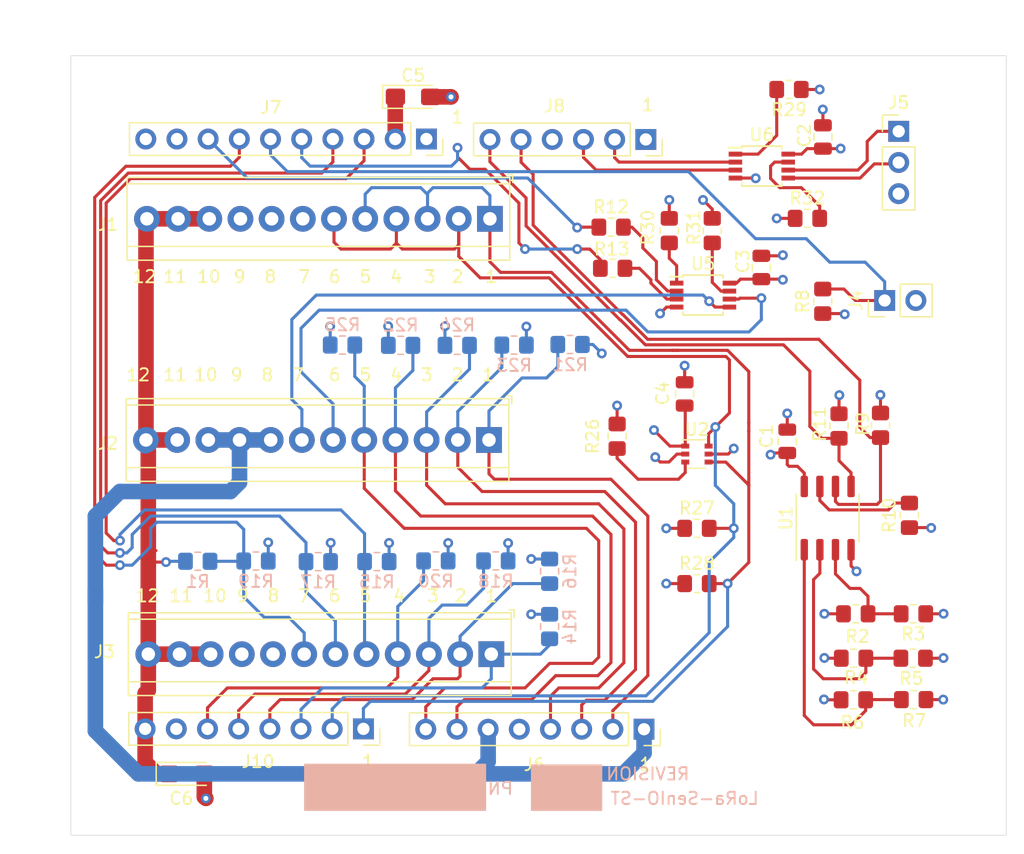
<source format=kicad_pcb>
(kicad_pcb (version 20171130) (host pcbnew 5.1.12-84ad8e8a86~92~ubuntu20.04.1)
  (layers (0 F.Cu signal) (1 In1.Cu signal hide) (2 In2.Cu signal hide) (31 B.Cu signal) (34 B.Paste user hide) (35 F.Paste user hide) (36 B.SilkS user) (37 F.SilkS user) (38 B.Mask user) (39 F.Mask user hide) (44 Edge.Cuts user))
  (net 0 "")
  (net 1 GND)
  (net 2 +5V)
  (net 3 +3V3)
  (net 4 GNDA)
  (net 5 /PB12)
  (net 6 /PB13)
  (net 7 /PB14)
  (net 8 /PB15)
  (net 9 /PA9)
  (net 10 /PA10)
  (net 11 /PA1)
  (net 12 /PA3)
  (net 13 /PA2)
  (net 14 /ADC_IN7)
  (net 15 /ADC_IN9)
  (net 16 /DAC_OUT2)
  (net 17 /ADC_IN8)
  (net 18 /DAC_OUT1)
  (net 19 /PA0)
  (net 20 /I2C1_SCL)
  (net 21 /I2C1_SDA)
  (net 22 "Net-(R2-Pad2)")
  (net 23 "Net-(R4-Pad2)")
  (net 24 "Net-(R6-Pad2)")
  (net 25 "Net-(R10-Pad2)")
  (net 26 /RXD2)
  (net 27 /TXD2)
  (net 28 "Net-(J5-Pad1)")
  (net 29 "Net-(J5-Pad2)")
  (net 30 /UART1_TXD)
  (net 31 /UART1_RXD)
  (net 32 "Net-(R12-Pad2)")
  (net 33 "Net-(R13-Pad1)")
  (net 34 /I2C2_SCL)
  (net 35 /I2C2_SDA)
  (net 36 "Net-(R26-Pad2)")
  (net 37 "Net-(R29-Pad2)")
  (net 38 "Net-(R30-Pad2)")
  (net 39 "Net-(R31-Pad2)")
  (net 40 "Net-(R32-Pad2)")
  (module TerminalBlock_TE-Connectivity:TerminalBlock_TE_1-282834-2_1x12_P2.54mm_Horizontal (layer F.Cu) (at 135.85 86.85 180)
    (fp_text reference J3 (at 31.5106 0.1932) (layer F.SilkS))
    (fp_text value Screw_Terminal_01x12)
    (pad 1 thru_hole rect (at 0 0 180) (size 2.1 2.1) (drill 1.1) (layers *.Cu *.Mask) (net 8 /PB15))
    (pad 2 thru_hole circle (at 2.54 0 180) (size 2.1 2.1) (drill 1.1) (layers *.Cu *.Mask) (net 7 /PB14))
    (pad 3 thru_hole circle (at 5.08 0 180) (size 2.1 2.1) (drill 1.1) (layers *.Cu *.Mask) (net 6 /PB13))
    (pad 4 thru_hole circle (at 7.62 0 180) (size 2.1 2.1) (drill 1.1) (layers *.Cu *.Mask) (net 5 /PB12))
    (pad 5 thru_hole circle (at 10.16 0 180) (size 2.1 2.1) (drill 1.1) (layers *.Cu *.Mask) (net 10 /PA10))
    (pad 6 thru_hole circle (at 12.7 0 180) (size 2.1 2.1) (drill 1.1) (layers *.Cu *.Mask) (net 9 /PA9))
    (pad 7 thru_hole circle (at 15.24 0 180) (size 2.1 2.1) (drill 1.1) (layers *.Cu *.Mask) (net 11 /PA1))
    (pad 8 thru_hole circle (at 17.78 0 180) (size 2.1 2.1) (drill 1.1) (layers *.Cu *.Mask) (net 1 GND))
    (pad 9 thru_hole circle (at 20.32 0 180) (size 2.1 2.1) (drill 1.1) (layers *.Cu *.Mask) (net 1 GND))
    (pad 10 thru_hole circle (at 22.86 0 180) (size 2.1 2.1) (drill 1.1) (layers *.Cu *.Mask) (net 2 +5V))
    (pad 11 thru_hole circle (at 25.4 0 180) (size 2.1 2.1) (drill 1.1) (layers *.Cu *.Mask) (net 2 +5V))
    (pad 12 thru_hole circle (at 27.94 0 180) (size 2.1 2.1) (drill 1.1) (layers *.Cu *.Mask) (net 2 +5V))
  )
  (module TerminalBlock_TE-Connectivity:TerminalBlock_TE_1-282834-2_1x12_P2.54mm_Horizontal (layer F.Cu) (at 135.7376 51.3868 180)
    (fp_text reference J1 (at 31.1376 -0.4632) (layer F.SilkS))
    (fp_text value Screw_Terminal_01x12)
    (pad 1 thru_hole rect (at 0 0 180) (size 2.1 2.1) (drill 1.1) (layers *.Cu *.Mask) (net 34 /I2C2_SCL))
    (pad 2 thru_hole circle (at 2.54 0 180) (size 2.1 2.1) (drill 1.1) (layers *.Cu *.Mask) (net 35 /I2C2_SDA))
    (pad 3 thru_hole circle (at 5.08 0 180) (size 2.1 2.1) (drill 1.1) (layers *.Cu *.Mask) (net 34 /I2C2_SCL))
    (pad 4 thru_hole circle (at 7.62 0 180) (size 2.1 2.1) (drill 1.1) (layers *.Cu *.Mask) (net 35 /I2C2_SDA))
    (pad 5 thru_hole circle (at 10.16 0 180) (size 2.1 2.1) (drill 1.1) (layers *.Cu *.Mask) (net 34 /I2C2_SCL))
    (pad 6 thru_hole circle (at 12.7 0 180) (size 2.1 2.1) (drill 1.1) (layers *.Cu *.Mask) (net 35 /I2C2_SDA))
    (pad 7 thru_hole circle (at 15.24 0 180) (size 2.1 2.1) (drill 1.1) (layers *.Cu *.Mask) (net 1 GND))
    (pad 8 thru_hole circle (at 17.78 0 180) (size 2.1 2.1) (drill 1.1) (layers *.Cu *.Mask) (net 1 GND))
    (pad 9 thru_hole circle (at 20.32 0 180) (size 2.1 2.1) (drill 1.1) (layers *.Cu *.Mask) (net 1 GND))
    (pad 10 thru_hole circle (at 22.86 0 180) (size 2.1 2.1) (drill 1.1) (layers *.Cu *.Mask) (net 2 +5V))
    (pad 11 thru_hole circle (at 25.4 0 180) (size 2.1 2.1) (drill 1.1) (layers *.Cu *.Mask) (net 2 +5V))
    (pad 12 thru_hole circle (at 27.94 0 180) (size 2.1 2.1) (drill 1.1) (layers *.Cu *.Mask) (net 2 +5V))
  )
  (module MountingHole:MountingHole_2.5mm (layer F.Cu) (at 174.117 98.679)
    (fp_text reference H2 hide)
    (fp_text value MountingHole)
    (pad 1 np_thru_hole circle (at 0 0) (size 2.5 2.5) (drill 2.5) (layers *.Cu *.Mask))
  )
  (module Connector_PinSocket_2.54mm:PinSocket_1x06_P2.54mm_Vertical (layer F.Cu) (at 148.4376 44.9199 270)
    (fp_text reference J8 (at -2.7199 7.4376) (layer F.SilkS))
    (fp_text value Conn_01x06)
    (pad 1 thru_hole rect (at 0 0 270) (size 1.7 1.7) (drill 1) (layers *.Cu *.Mask) (net 3 +3V3))
    (pad 2 thru_hole oval (at 0 2.54 270) (size 1.7 1.7) (drill 1) (layers *.Cu *.Mask) (net 30 /UART1_TXD))
    (pad 3 thru_hole oval (at 0 5.08 270) (size 1.7 1.7) (drill 1) (layers *.Cu *.Mask) (net 31 /UART1_RXD))
    (pad 4 thru_hole oval (at 0 7.62 270) (size 1.7 1.7) (drill 1) (layers *.Cu *.Mask) (net 1 GND))
    (pad 5 thru_hole oval (at 0 10.16 270) (size 1.7 1.7) (drill 1) (layers *.Cu *.Mask) (net 20 /I2C1_SCL))
    (pad 6 thru_hole oval (at 0 12.7 270) (size 1.7 1.7) (drill 1) (layers *.Cu *.Mask) (net 21 /I2C1_SDA))
  )
  (module Connector_PinSocket_2.54mm:PinSocket_1x08_P2.54mm_Vertical (layer F.Cu) (at 125.43282 92.93352 270)
    (fp_text reference J10 (at 2.66648 8.58282 180) (layer F.SilkS))
    (fp_text value Conn_01x08)
    (pad 1 thru_hole rect (at 0 0 270) (size 1.7 1.7) (drill 1) (layers *.Cu *.Mask) (net 34 /I2C2_SCL))
    (pad 2 thru_hole oval (at 0 2.54 270) (size 1.7 1.7) (drill 1) (layers *.Cu *.Mask) (net 35 /I2C2_SDA))
    (pad 3 thru_hole oval (at 0 5.08 270) (size 1.7 1.7) (drill 1) (layers *.Cu *.Mask) (net 8 /PB15))
    (pad 4 thru_hole oval (at 0 7.62 270) (size 1.7 1.7) (drill 1) (layers *.Cu *.Mask) (net 7 /PB14))
    (pad 5 thru_hole oval (at 0 10.16 270) (size 1.7 1.7) (drill 1) (layers *.Cu *.Mask) (net 6 /PB13))
    (pad 6 thru_hole oval (at 0 12.7 270) (size 1.7 1.7) (drill 1) (layers *.Cu *.Mask) (net 5 /PB12))
    (pad 7 thru_hole oval (at 0 15.24 270) (size 1.7 1.7) (drill 1) (layers *.Cu *.Mask) (net 1 GND))
    (pad 8 thru_hole oval (at 0 17.78 270) (size 1.7 1.7) (drill 1) (layers *.Cu *.Mask) (net 2 +5V))
  )
  (module Connector_PinSocket_2.54mm:PinSocket_1x08_P2.54mm_Vertical (layer F.Cu) (at 148.29282 92.964 270)
    (fp_text reference J6 (at 2.886 8.94282 180) (layer F.SilkS))
    (fp_text value Conn_01x08)
    (pad 1 thru_hole rect (at 0 0 270) (size 1.7 1.7) (drill 1) (layers *.Cu *.Mask) (net 4 GNDA))
    (pad 2 thru_hole oval (at 0 2.54 270) (size 1.7 1.7) (drill 1) (layers *.Cu *.Mask) (net 15 /ADC_IN9))
    (pad 3 thru_hole oval (at 0 5.08 270) (size 1.7 1.7) (drill 1) (layers *.Cu *.Mask) (net 17 /ADC_IN8))
    (pad 4 thru_hole oval (at 0 7.62 270) (size 1.7 1.7) (drill 1) (layers *.Cu *.Mask) (net 14 /ADC_IN7))
    (pad 5 thru_hole oval (at 0 10.16 270) (size 1.7 1.7) (drill 1) (layers *.Cu *.Mask))
    (pad 6 thru_hole oval (at 0 12.7 270) (size 1.7 1.7) (drill 1) (layers *.Cu *.Mask) (net 4 GNDA))
    (pad 7 thru_hole oval (at 0 15.24 270) (size 1.7 1.7) (drill 1) (layers *.Cu *.Mask) (net 16 /DAC_OUT2))
    (pad 8 thru_hole oval (at 0 17.78 270) (size 1.7 1.7) (drill 1) (layers *.Cu *.Mask) (net 18 /DAC_OUT1))
  )
  (module Connector_PinSocket_2.54mm:PinSocket_1x10_P2.54mm_Vertical (layer F.Cu) (at 130.56616 44.88688 270)
    (fp_text reference J7 (at -2.57048 12.65936 180) (layer F.SilkS))
    (fp_text value Conn_01x10)
    (pad 1 thru_hole rect (at 0 0 270) (size 1.7 1.7) (drill 1) (layers *.Cu *.Mask))
    (pad 2 thru_hole oval (at 0 2.54 270) (size 1.7 1.7) (drill 1) (layers *.Cu *.Mask) (net 3 +3V3))
    (pad 3 thru_hole oval (at 0 5.08 270) (size 1.7 1.7) (drill 1) (layers *.Cu *.Mask) (net 10 /PA10))
    (pad 4 thru_hole oval (at 0 7.62 270) (size 1.7 1.7) (drill 1) (layers *.Cu *.Mask) (net 9 /PA9))
    (pad 5 thru_hole oval (at 0 10.16 270) (size 1.7 1.7) (drill 1) (layers *.Cu *.Mask) (net 12 /PA3))
    (pad 6 thru_hole oval (at 0 12.7 270) (size 1.7 1.7) (drill 1) (layers *.Cu *.Mask) (net 19 /PA0))
    (pad 7 thru_hole oval (at 0 15.24 270) (size 1.7 1.7) (drill 1) (layers *.Cu *.Mask) (net 11 /PA1))
    (pad 8 thru_hole oval (at 0 17.78 270) (size 1.7 1.7) (drill 1) (layers *.Cu *.Mask) (net 13 /PA2))
    (pad 9 thru_hole oval (at 0 20.32 270) (size 1.7 1.7) (drill 1) (layers *.Cu *.Mask))
    (pad 10 thru_hole oval (at 0 22.86 270) (size 1.7 1.7) (drill 1) (layers *.Cu *.Mask) (net 1 GND))
  )
  (module Capacitor_SMD:C_0805_2012Metric (layer F.Cu) (at 162.8648 44.7192 90)
    (fp_text reference C2 (at 0.1192 -1.5148 90) (layer F.SilkS))
    (fp_text value 0.1uF)
    (pad 2 smd roundrect (at 0.95 0 90) (size 1 1.45) (layers F.Cu F.Paste F.Mask) (net 1 GND))
    (pad 1 smd roundrect (at -0.95 0 90) (size 1 1.45) (layers F.Cu F.Paste F.Mask) (net 3 +3V3))
  )
  (module Capacitor_SMD:C_0805_2012Metric (layer F.Cu) (at 157.85 55.35 90)
    (fp_text reference C3 (at 0.5 -1.5 90) (layer F.SilkS))
    (fp_text value 0.1uF)
    (pad 1 smd roundrect (at -0.95 0 90) (size 1 1.45) (layers F.Cu F.Paste F.Mask) (net 3 +3V3))
    (pad 2 smd roundrect (at 0.95 0 90) (size 1 1.45) (layers F.Cu F.Paste F.Mask) (net 1 GND))
  )
  (module Capacitor_SMD:C_0805_2012Metric (layer F.Cu) (at 151.6 65.65 90)
    (fp_text reference C4 (at 0.05 -1.7892 90) (layer F.SilkS))
    (fp_text value 0.1uF)
    (pad 1 smd roundrect (at -0.95 0 90) (size 1 1.45) (layers F.Cu F.Paste F.Mask) (net 3 +3V3))
    (pad 2 smd roundrect (at 0.95 0 90) (size 1 1.45) (layers F.Cu F.Paste F.Mask) (net 1 GND))
  )
  (module MountingHole:MountingHole_2.5mm (layer F.Cu) (at 154.9908 40.8305)
    (fp_text reference H1 hide)
    (fp_text value MountingHole)
    (pad 1 np_thru_hole circle (at 0 0) (size 2.5 2.5) (drill 2.5) (layers *.Cu *.Mask))
  )
  (module MountingHole:MountingHole_2.5mm (layer F.Cu) (at 104.267 98.806)
    (fp_text reference H3 hide)
    (fp_text value MountingHole)
    (pad 1 np_thru_hole circle (at 0 0) (size 2.5 2.5) (drill 2.5) (layers *.Cu *.Mask))
  )
  (module MountingHole:MountingHole_2.5mm (layer F.Cu) (at 104.14 40.894)
    (fp_text reference H4 hide)
    (fp_text value MountingHole)
    (pad 1 np_thru_hole circle (at 0 0) (size 2.5 2.5) (drill 2.5) (layers *.Cu *.Mask))
  )
  (module Capacitor_SMD:C_0805_2012Metric (layer F.Cu) (at 159.95904 69.5096 90)
    (fp_text reference C1 (at 0.4096 -1.68 90) (layer F.SilkS))
    (fp_text value 0.1uF)
    (pad 1 smd roundrect (at -0.95 0 90) (size 1 1.45) (layers F.Cu F.Paste F.Mask) (net 3 +3V3))
    (pad 2 smd roundrect (at 0.95 0 90) (size 1 1.45) (layers F.Cu F.Paste F.Mask) (net 1 GND))
  )
  (module TerminalBlock_TE-Connectivity:TerminalBlock_TE_1-282834-2_1x12_P2.54mm_Horizontal (layer F.Cu) (at 135.6614 69.401436 180)
    (fp_text reference J2 (at 31.0614 -0.2754) (layer F.SilkS))
    (fp_text value Screw_Terminal_01x12)
    (pad 12 thru_hole circle (at 27.94 0 180) (size 2.1 2.1) (drill 1.1) (layers *.Cu *.Mask) (net 2 +5V))
    (pad 11 thru_hole circle (at 25.4 0 180) (size 2.1 2.1) (drill 1.1) (layers *.Cu *.Mask) (net 2 +5V))
    (pad 10 thru_hole circle (at 22.86 0 180) (size 2.1 2.1) (drill 1.1) (layers *.Cu *.Mask) (net 4 GNDA))
    (pad 9 thru_hole circle (at 20.32 0 180) (size 2.1 2.1) (drill 1.1) (layers *.Cu *.Mask) (net 4 GNDA))
    (pad 8 thru_hole circle (at 17.78 0 180) (size 2.1 2.1) (drill 1.1) (layers *.Cu *.Mask) (net 4 GNDA))
    (pad 7 thru_hole circle (at 15.24 0 180) (size 2.1 2.1) (drill 1.1) (layers *.Cu *.Mask) (net 26 /RXD2))
    (pad 6 thru_hole circle (at 12.7 0 180) (size 2.1 2.1) (drill 1.1) (layers *.Cu *.Mask) (net 27 /TXD2))
    (pad 5 thru_hole circle (at 10.16 0 180) (size 2.1 2.1) (drill 1.1) (layers *.Cu *.Mask) (net 18 /DAC_OUT1))
    (pad 4 thru_hole circle (at 7.62 0 180) (size 2.1 2.1) (drill 1.1) (layers *.Cu *.Mask) (net 16 /DAC_OUT2))
    (pad 3 thru_hole circle (at 5.08 0 180) (size 2.1 2.1) (drill 1.1) (layers *.Cu *.Mask) (net 14 /ADC_IN7))
    (pad 2 thru_hole circle (at 2.54 0 180) (size 2.1 2.1) (drill 1.1) (layers *.Cu *.Mask) (net 17 /ADC_IN8))
    (pad 1 thru_hole rect (at 0 0 180) (size 2.1 2.1) (drill 1.1) (layers *.Cu *.Mask) (net 15 /ADC_IN9))
  )
  (module Resistor_SMD:R_0805_2012Metric_Pad1.20x1.40mm_HandSolder (layer B.Cu) (at 111.9378 79.28356)
    (fp_text reference R1 (at 0 1.65 180) (layer B.SilkS) (effects (justify mirror)))
    (fp_text value 4.7K)
    (pad 1 smd roundrect (at -1 0) (size 1.2 1.4) (layers B.Cu B.Paste B.Mask) (roundrect_rratio 0.2083325) (net 2 +5V))
    (pad 2 smd roundrect (at 1 0) (size 1.2 1.4) (layers B.Cu B.Paste B.Mask) (roundrect_rratio 0.2083325) (net 11 /PA1))
  )
  (module Resistor_SMD:R_0805_2012Metric_Pad1.20x1.40mm_HandSolder (layer F.Cu) (at 165.53866 83.56092)
    (fp_text reference R2 (at 0.143 1.8415) (layer F.SilkS))
    (fp_text value 10K)
    (pad 1 smd roundrect (at -1 0) (size 1.2 1.4) (layers F.Cu F.Paste F.Mask) (roundrect_rratio 0.2083325) (net 3 +3V3))
    (pad 2 smd roundrect (at 1 0) (size 1.2 1.4) (layers F.Cu F.Paste F.Mask) (roundrect_rratio 0.2083325) (net 22 "Net-(R2-Pad2)"))
  )
  (module Resistor_SMD:R_0805_2012Metric_Pad1.20x1.40mm_HandSolder (layer F.Cu) (at 170.23766 83.56092 180)
    (fp_text reference R3 (at 0 -1.65) (layer F.SilkS))
    (fp_text value 10K)
    (pad 2 smd roundrect (at 1 0 180) (size 1.2 1.4) (layers F.Cu F.Paste F.Mask) (roundrect_rratio 0.2083325) (net 22 "Net-(R2-Pad2)"))
    (pad 1 smd roundrect (at -1 0 180) (size 1.2 1.4) (layers F.Cu F.Paste F.Mask) (roundrect_rratio 0.2083325) (net 1 GND))
  )
  (module Resistor_SMD:R_0805_2012Metric_Pad1.20x1.40mm_HandSolder (layer F.Cu) (at 165.35832 87.18042)
    (fp_text reference R4 (at 0.2065 1.5875) (layer F.SilkS))
    (fp_text value 10K)
    (pad 2 smd roundrect (at 1 0) (size 1.2 1.4) (layers F.Cu F.Paste F.Mask) (roundrect_rratio 0.2083325) (net 23 "Net-(R4-Pad2)"))
    (pad 1 smd roundrect (at -1 0) (size 1.2 1.4) (layers F.Cu F.Paste F.Mask) (roundrect_rratio 0.2083325) (net 3 +3V3))
  )
  (module Resistor_SMD:R_0805_2012Metric_Pad1.20x1.40mm_HandSolder (layer F.Cu) (at 170.21632 87.18042)
    (fp_text reference R5 (at -0.143 1.651) (layer F.SilkS))
    (fp_text value 10K)
    (pad 1 smd roundrect (at -1 0) (size 1.2 1.4) (layers F.Cu F.Paste F.Mask) (roundrect_rratio 0.2083325) (net 23 "Net-(R4-Pad2)"))
    (pad 2 smd roundrect (at 1 0) (size 1.2 1.4) (layers F.Cu F.Paste F.Mask) (roundrect_rratio 0.2083325) (net 1 GND))
  )
  (module Resistor_SMD:R_0805_2012Metric_Pad1.20x1.40mm_HandSolder (layer F.Cu) (at 165.3446 90.56624)
    (fp_text reference R6 (at -0.0795 1.8415) (layer F.SilkS))
    (fp_text value 10K)
    (pad 1 smd roundrect (at -1 0) (size 1.2 1.4) (layers F.Cu F.Paste F.Mask) (roundrect_rratio 0.2083325) (net 3 +3V3))
    (pad 2 smd roundrect (at 1 0) (size 1.2 1.4) (layers F.Cu F.Paste F.Mask) (roundrect_rratio 0.2083325) (net 24 "Net-(R6-Pad2)"))
  )
  (module Resistor_SMD:R_0805_2012Metric_Pad1.20x1.40mm_HandSolder (layer F.Cu) (at 170.25544 90.551)
    (fp_text reference R7 (at 0.0475 1.7145) (layer F.SilkS))
    (fp_text value 10K)
    (pad 2 smd roundrect (at 1 0) (size 1.2 1.4) (layers F.Cu F.Paste F.Mask) (roundrect_rratio 0.2083325) (net 1 GND))
    (pad 1 smd roundrect (at -1 0) (size 1.2 1.4) (layers F.Cu F.Paste F.Mask) (roundrect_rratio 0.2083325) (net 24 "Net-(R6-Pad2)"))
  )
  (module Resistor_SMD:R_0805_2012Metric_Pad1.20x1.40mm_HandSolder (layer F.Cu) (at 162.84956 58.1058 90)
    (fp_text reference R8 (at 0 -1.65 90) (layer F.SilkS))
    (fp_text value 10K)
    (pad 1 smd roundrect (at -1 0 90) (size 1.2 1.4) (layers F.Cu F.Paste F.Mask) (roundrect_rratio 0.2083325) (net 3 +3V3))
    (pad 2 smd roundrect (at 1 0 90) (size 1.2 1.4) (layers F.Cu F.Paste F.Mask) (roundrect_rratio 0.2083325) (net 19 /PA0))
  )
  (module Resistor_SMD:R_0805_2012Metric_Pad1.20x1.40mm_HandSolder (layer F.Cu) (at 167.55364 68.20484 270)
    (fp_text reference R9 (at -0.10484 1.45364 90) (layer F.SilkS))
    (fp_text value 4.7K)
    (pad 1 smd roundrect (at -1 0 270) (size 1.2 1.4) (layers F.Cu F.Paste F.Mask) (roundrect_rratio 0.2083325) (net 3 +3V3))
    (pad 2 smd roundrect (at 1 0 270) (size 1.2 1.4) (layers F.Cu F.Paste F.Mask) (roundrect_rratio 0.2083325) (net 20 /I2C1_SCL))
  )
  (module Resistor_SMD:R_0805_2012Metric_Pad1.20x1.40mm_HandSolder (layer F.Cu) (at 169.91076 75.5396 90)
    (fp_text reference R10 (at 0 -1.65 90) (layer F.SilkS))
    (fp_text value 10K)
    (pad 2 smd roundrect (at 1 0 90) (size 1.2 1.4) (layers F.Cu F.Paste F.Mask) (roundrect_rratio 0.2083325) (net 25 "Net-(R10-Pad2)"))
    (pad 1 smd roundrect (at -1 0 90) (size 1.2 1.4) (layers F.Cu F.Paste F.Mask) (roundrect_rratio 0.2083325) (net 1 GND))
  )
  (module Resistor_SMD:R_0805_2012Metric_Pad1.20x1.40mm_HandSolder (layer F.Cu) (at 164.17544 68.2658 270)
    (fp_text reference R11 (at -0.1658 1.57544 90) (layer F.SilkS))
    (fp_text value 4.7K)
    (pad 2 smd roundrect (at 1 0 270) (size 1.2 1.4) (layers F.Cu F.Paste F.Mask) (roundrect_rratio 0.2083325) (net 21 /I2C1_SDA))
    (pad 1 smd roundrect (at -1 0 270) (size 1.2 1.4) (layers F.Cu F.Paste F.Mask) (roundrect_rratio 0.2083325) (net 3 +3V3))
  )
  (module Package_SO:SO-8_3.9x4.9mm_P1.27mm (layer F.Cu) (at 163.25088 75.76312 90)
    (fp_text reference U1 (at 0 -3.4 90) (layer F.SilkS))
    (fp_text value 24LC32)
    (pad 1 smd roundrect (at -2.575 -1.905 90) (size 1.75 0.6) (layers F.Cu F.Paste F.Mask) (net 24 "Net-(R6-Pad2)"))
    (pad 2 smd roundrect (at -2.575 -0.635 90) (size 1.75 0.6) (layers F.Cu F.Paste F.Mask) (net 23 "Net-(R4-Pad2)"))
    (pad 3 smd roundrect (at -2.575 0.635 90) (size 1.75 0.6) (layers F.Cu F.Paste F.Mask) (net 22 "Net-(R2-Pad2)"))
    (pad 4 smd roundrect (at -2.575 1.905 90) (size 1.75 0.6) (layers F.Cu F.Paste F.Mask) (net 1 GND))
    (pad 5 smd roundrect (at 2.575 1.905 90) (size 1.75 0.6) (layers F.Cu F.Paste F.Mask) (net 21 /I2C1_SDA))
    (pad 6 smd roundrect (at 2.575 0.635 90) (size 1.75 0.6) (layers F.Cu F.Paste F.Mask) (net 20 /I2C1_SCL))
    (pad 7 smd roundrect (at 2.575 -0.635 90) (size 1.75 0.6) (layers F.Cu F.Paste F.Mask) (net 25 "Net-(R10-Pad2)"))
    (pad 8 smd roundrect (at 2.575 -1.905 90) (size 1.75 0.6) (layers F.Cu F.Paste F.Mask) (net 3 +3V3))
  )
  (module Connector_PinHeader_2.54mm:PinHeader_1x02_P2.54mm_Vertical (layer F.Cu) (at 167.894 58.039 90)
    (fp_text reference J4 (at 0 -2.33 90) (layer F.SilkS))
    (fp_text value Conn_01x02)
    (pad 1 thru_hole rect (at 0 0 90) (size 1.7 1.7) (drill 1) (layers *.Cu *.Mask) (net 19 /PA0))
    (pad 2 thru_hole oval (at 0 2.54 90) (size 1.7 1.7) (drill 1) (layers *.Cu *.Mask) (net 1 GND))
  )
  (module Resistor_SMD:R_0805_2012Metric_Pad1.20x1.40mm_HandSolder (layer F.Cu) (at 145.61388 52.06492)
    (fp_text reference R12 (at 0 -1.65) (layer F.SilkS))
    (fp_text value 0)
    (pad 2 smd roundrect (at 1 0) (size 1.2 1.4) (layers F.Cu F.Paste F.Mask) (roundrect_rratio 0.2083325) (net 32 "Net-(R12-Pad2)"))
    (pad 1 smd roundrect (at -1 0) (size 1.2 1.4) (layers F.Cu F.Paste F.Mask) (roundrect_rratio 0.2083325) (net 13 /PA2))
  )
  (module Resistor_SMD:R_0805_2012Metric_Pad1.20x1.40mm_HandSolder (layer F.Cu) (at 145.73504 55.41772 180)
    (fp_text reference R13 (at 0.0668 1.56772) (layer F.SilkS))
    (fp_text value 0)
    (pad 1 smd roundrect (at -1 0 180) (size 1.2 1.4) (layers F.Cu F.Paste F.Mask) (roundrect_rratio 0.2083325) (net 33 "Net-(R13-Pad1)"))
    (pad 2 smd roundrect (at 1 0 180) (size 1.2 1.4) (layers F.Cu F.Paste F.Mask) (roundrect_rratio 0.2083325) (net 12 /PA3))
  )
  (module Connector_PinHeader_2.54mm:PinHeader_1x03_P2.54mm_Vertical (layer F.Cu) (at 169.037 44.2595)
    (fp_text reference J5 (at 0 -2.33) (layer F.SilkS))
    (fp_text value Conn_01x03)
    (pad 1 thru_hole rect (at 0 0) (size 1.7 1.7) (drill 1) (layers *.Cu *.Mask) (net 28 "Net-(J5-Pad1)"))
    (pad 2 thru_hole oval (at 0 2.54) (size 1.7 1.7) (drill 1) (layers *.Cu *.Mask) (net 29 "Net-(J5-Pad2)"))
    (pad 3 thru_hole oval (at 0 5.08) (size 1.7 1.7) (drill 1) (layers *.Cu *.Mask) (net 1 GND))
  )
  (module Package_SO:TSSOP-8_3x3mm_P0.65mm (layer F.Cu) (at 157.8864 47.0916)
    (fp_text reference U6 (at 0 -2.55) (layer F.SilkS))
    (fp_text value 74LVC2G241)
    (pad 1 smd rect (at -2.15 -0.975) (size 1.1 0.4) (layers F.Cu F.Paste F.Mask) (net 37 "Net-(R29-Pad2)"))
    (pad 2 smd rect (at -2.15 -0.325) (size 1.1 0.4) (layers F.Cu F.Paste F.Mask) (net 30 /UART1_TXD))
    (pad 3 smd rect (at -2.15 0.325) (size 1.1 0.4) (layers F.Cu F.Paste F.Mask) (net 31 /UART1_RXD))
    (pad 4 smd rect (at -2.15 0.975) (size 1.1 0.4) (layers F.Cu F.Paste F.Mask) (net 1 GND))
    (pad 5 smd rect (at 2.15 0.975) (size 1.1 0.4) (layers F.Cu F.Paste F.Mask) (net 29 "Net-(J5-Pad2)"))
    (pad 6 smd rect (at 2.15 0.325) (size 1.1 0.4) (layers F.Cu F.Paste F.Mask) (net 28 "Net-(J5-Pad1)"))
    (pad 7 smd rect (at 2.15 -0.325) (size 1.1 0.4) (layers F.Cu F.Paste F.Mask) (net 40 "Net-(R32-Pad2)"))
    (pad 8 smd rect (at 2.15 -0.975) (size 1.1 0.4) (layers F.Cu F.Paste F.Mask) (net 3 +3V3))
  )
  (module Capacitor_Tantalum_SMD:CP_EIA-3216-18_Kemet-A_Pad1.58x1.35mm_HandSolder (layer F.Cu) (at 129.4789 41.4528)
    (fp_text reference C5 (at 0 -1.75) (layer F.SilkS))
    (fp_text value 1uF)
    (pad 1 smd roundrect (at -1.4375 0) (size 1.575 1.35) (layers F.Cu F.Paste F.Mask) (roundrect_rratio 0.1851844444444445) (net 3 +3V3))
    (pad 2 smd roundrect (at 1.4375 0) (size 1.575 1.35) (layers F.Cu F.Paste F.Mask) (roundrect_rratio 0.1851844444444445) (net 1 GND))
  )
  (module Capacitor_Tantalum_SMD:CP_EIA-3216-18_Kemet-A_Pad1.58x1.35mm_HandSolder (layer F.Cu) (at 111.0375 96.6)
    (fp_text reference C6 (at -0.4375 2) (layer F.SilkS))
    (fp_text value 1uF)
    (pad 2 smd roundrect (at 1.4375 0) (size 1.575 1.35) (layers F.Cu F.Paste F.Mask) (roundrect_rratio 0.1851844444444445) (net 1 GND))
    (pad 1 smd roundrect (at -1.4375 0) (size 1.575 1.35) (layers F.Cu F.Paste F.Mask) (roundrect_rratio 0.1851844444444445) (net 2 +5V))
  )
  (module Resistor_SMD:R_0805_2012Metric_Pad1.20x1.40mm_HandSolder (layer B.Cu) (at 140.6 84.6 90)
    (fp_text reference R14 (at 0 1.65 270) (layer B.SilkS) (effects (justify mirror)))
    (fp_text value 100K)
    (pad 1 smd roundrect (at -1 0 90) (size 1.2 1.4) (layers B.Cu B.Paste B.Mask) (roundrect_rratio 0.2083325) (net 8 /PB15))
    (pad 2 smd roundrect (at 1 0 90) (size 1.2 1.4) (layers B.Cu B.Paste B.Mask) (roundrect_rratio 0.2083325) (net 1 GND))
  )
  (module Resistor_SMD:R_0805_2012Metric_Pad1.20x1.40mm_HandSolder (layer B.Cu) (at 126.52756 79.30896)
    (fp_text reference R15 (at 0 1.65 180) (layer B.SilkS) (effects (justify mirror)))
    (fp_text value 100K)
    (pad 2 smd roundrect (at 1 0) (size 1.2 1.4) (layers B.Cu B.Paste B.Mask) (roundrect_rratio 0.2083325) (net 1 GND))
    (pad 1 smd roundrect (at -1 0) (size 1.2 1.4) (layers B.Cu B.Paste B.Mask) (roundrect_rratio 0.2083325) (net 10 /PA10))
  )
  (module Resistor_SMD:R_0805_2012Metric_Pad1.20x1.40mm_HandSolder (layer B.Cu) (at 140.6 80.1 90)
    (fp_text reference R16 (at 0 1.65 270) (layer B.SilkS) (effects (justify mirror)))
    (fp_text value 100K)
    (pad 1 smd roundrect (at -1 0 90) (size 1.2 1.4) (layers B.Cu B.Paste B.Mask) (roundrect_rratio 0.2083325) (net 7 /PB14))
    (pad 2 smd roundrect (at 1 0 90) (size 1.2 1.4) (layers B.Cu B.Paste B.Mask) (roundrect_rratio 0.2083325) (net 1 GND))
  )
  (module Resistor_SMD:R_0805_2012Metric_Pad1.20x1.40mm_HandSolder (layer B.Cu) (at 121.75744 79.31404)
    (fp_text reference R17 (at 0 1.65 180) (layer B.SilkS) (effects (justify mirror)))
    (fp_text value 100K)
    (pad 1 smd roundrect (at -1 0) (size 1.2 1.4) (layers B.Cu B.Paste B.Mask) (roundrect_rratio 0.2083325) (net 9 /PA9))
    (pad 2 smd roundrect (at 1 0) (size 1.2 1.4) (layers B.Cu B.Paste B.Mask) (roundrect_rratio 0.2083325) (net 1 GND))
  )
  (module Resistor_SMD:R_0805_2012Metric_Pad1.20x1.40mm_HandSolder (layer B.Cu) (at 136.21944 79.25308)
    (fp_text reference R18 (at 0 1.65) (layer B.SilkS) (effects (justify mirror)))
    (fp_text value 100K)
    (pad 1 smd roundrect (at -1 0) (size 1.2 1.4) (layers B.Cu B.Paste B.Mask) (roundrect_rratio 0.2083325) (net 6 /PB13))
    (pad 2 smd roundrect (at 1 0) (size 1.2 1.4) (layers B.Cu B.Paste B.Mask) (roundrect_rratio 0.2083325) (net 1 GND))
  )
  (module Resistor_SMD:R_0805_2012Metric_Pad1.20x1.40mm_HandSolder (layer B.Cu) (at 116.68252 79.26324)
    (fp_text reference R19 (at 0 1.65) (layer B.SilkS) (effects (justify mirror)))
    (fp_text value 100K)
    (pad 2 smd roundrect (at 1 0) (size 1.2 1.4) (layers B.Cu B.Paste B.Mask) (roundrect_rratio 0.2083325) (net 1 GND))
    (pad 1 smd roundrect (at -1 0) (size 1.2 1.4) (layers B.Cu B.Paste B.Mask) (roundrect_rratio 0.2083325) (net 11 /PA1))
  )
  (module Resistor_SMD:R_0805_2012Metric_Pad1.20x1.40mm_HandSolder (layer B.Cu) (at 131.334 79.25308)
    (fp_text reference R20 (at 0 1.65) (layer B.SilkS) (effects (justify mirror)))
    (fp_text value 100K)
    (pad 2 smd roundrect (at 1 0) (size 1.2 1.4) (layers B.Cu B.Paste B.Mask) (roundrect_rratio 0.2083325) (net 1 GND))
    (pad 1 smd roundrect (at -1 0) (size 1.2 1.4) (layers B.Cu B.Paste B.Mask) (roundrect_rratio 0.2083325) (net 5 /PB12))
  )
  (module Resistor_SMD:R_0805_2012Metric_Pad1.20x1.40mm_HandSolder (layer B.Cu) (at 142.26896 61.62192)
    (fp_text reference R21 (at 0 1.65 180) (layer B.SilkS) (effects (justify mirror)))
    (fp_text value 100K)
    (pad 1 smd roundrect (at -1 0) (size 1.2 1.4) (layers B.Cu B.Paste B.Mask) (roundrect_rratio 0.2083325) (net 15 /ADC_IN9))
    (pad 2 smd roundrect (at 1 0) (size 1.2 1.4) (layers B.Cu B.Paste B.Mask) (roundrect_rratio 0.2083325) (net 1 GND))
  )
  (module Resistor_SMD:R_0805_2012Metric_Pad1.20x1.40mm_HandSolder (layer B.Cu) (at 128.46304 61.69304 180)
    (fp_text reference R22 (at 0 1.65 180) (layer B.SilkS) (effects (justify mirror)))
    (fp_text value 100K)
    (pad 1 smd roundrect (at -1 0 180) (size 1.2 1.4) (layers B.Cu B.Paste B.Mask) (roundrect_rratio 0.2083325) (net 16 /DAC_OUT2))
    (pad 2 smd roundrect (at 1 0 180) (size 1.2 1.4) (layers B.Cu B.Paste B.Mask) (roundrect_rratio 0.2083325) (net 1 GND))
  )
  (module Resistor_SMD:R_0805_2012Metric_Pad1.20x1.40mm_HandSolder (layer B.Cu) (at 137.70864 61.67272)
    (fp_text reference R23 (at 0 1.65 180) (layer B.SilkS) (effects (justify mirror)))
    (fp_text value 100K)
    (pad 1 smd roundrect (at -1 0) (size 1.2 1.4) (layers B.Cu B.Paste B.Mask) (roundrect_rratio 0.2083325) (net 17 /ADC_IN8))
    (pad 2 smd roundrect (at 1 0) (size 1.2 1.4) (layers B.Cu B.Paste B.Mask) (roundrect_rratio 0.2083325) (net 1 GND))
  )
  (module Resistor_SMD:R_0805_2012Metric_Pad1.20x1.40mm_HandSolder (layer B.Cu) (at 133.07568 61.69304 180)
    (fp_text reference R24 (at 0 1.65 180) (layer B.SilkS) (effects (justify mirror)))
    (fp_text value 100K)
    (pad 2 smd roundrect (at 1 0 180) (size 1.2 1.4) (layers B.Cu B.Paste B.Mask) (roundrect_rratio 0.2083325) (net 1 GND))
    (pad 1 smd roundrect (at -1 0 180) (size 1.2 1.4) (layers B.Cu B.Paste B.Mask) (roundrect_rratio 0.2083325) (net 14 /ADC_IN7))
  )
  (module Resistor_SMD:R_0805_2012Metric_Pad1.20x1.40mm_HandSolder (layer B.Cu) (at 123.72848 61.66764 180)
    (fp_text reference R25 (at 0 1.65 180) (layer B.SilkS) (effects (justify mirror)))
    (fp_text value 100K)
    (pad 2 smd roundrect (at 1 0 180) (size 1.2 1.4) (layers B.Cu B.Paste B.Mask) (roundrect_rratio 0.2083325) (net 1 GND))
    (pad 1 smd roundrect (at -1 0 180) (size 1.2 1.4) (layers B.Cu B.Paste B.Mask) (roundrect_rratio 0.2083325) (net 18 /DAC_OUT1))
  )
  (module Resistor_SMD:R_0805_2012Metric_Pad1.20x1.40mm_HandSolder (layer F.Cu) (at 146.1 69.1 270)
    (fp_text reference R26 (at 0 2 90) (layer F.SilkS))
    (fp_text value 4.7K)
    (pad 2 smd roundrect (at 1 0 270) (size 1.2 1.4) (layers F.Cu F.Paste F.Mask) (roundrect_rratio 0.2083325) (net 36 "Net-(R26-Pad2)"))
    (pad 1 smd roundrect (at -1 0 270) (size 1.2 1.4) (layers F.Cu F.Paste F.Mask) (roundrect_rratio 0.2083325) (net 3 +3V3))
  )
  (module Resistor_SMD:R_0805_2012Metric_Pad1.20x1.40mm_HandSolder (layer F.Cu) (at 152.6 76.6)
    (fp_text reference R27 (at 0 -1.65) (layer F.SilkS))
    (fp_text value 10K)
    (pad 1 smd roundrect (at -1 0) (size 1.2 1.4) (layers F.Cu F.Paste F.Mask) (roundrect_rratio 0.2083325) (net 3 +3V3))
    (pad 2 smd roundrect (at 1 0) (size 1.2 1.4) (layers F.Cu F.Paste F.Mask) (roundrect_rratio 0.2083325) (net 35 /I2C2_SDA))
  )
  (module Resistor_SMD:R_0805_2012Metric_Pad1.20x1.40mm_HandSolder (layer F.Cu) (at 152.6 81.1)
    (fp_text reference R28 (at 0 -1.65) (layer F.SilkS))
    (fp_text value 10K)
    (pad 1 smd roundrect (at -1 0) (size 1.2 1.4) (layers F.Cu F.Paste F.Mask) (roundrect_rratio 0.2083325) (net 3 +3V3))
    (pad 2 smd roundrect (at 1 0) (size 1.2 1.4) (layers F.Cu F.Paste F.Mask) (roundrect_rratio 0.2083325) (net 34 /I2C2_SCL))
  )
  (module Resistor_SMD:R_0805_2012Metric_Pad1.20x1.40mm_HandSolder (layer F.Cu) (at 160.1 40.85 180)
    (fp_text reference R29 (at 0 -1.65) (layer F.SilkS))
    (fp_text value 0)
    (pad 2 smd roundrect (at 1 0 180) (size 1.2 1.4) (layers F.Cu F.Paste F.Mask) (roundrect_rratio 0.2083325) (net 37 "Net-(R29-Pad2)"))
    (pad 1 smd roundrect (at -1 0 180) (size 1.2 1.4) (layers F.Cu F.Paste F.Mask) (roundrect_rratio 0.2083325) (net 1 GND))
  )
  (module Resistor_SMD:R_0805_2012Metric_Pad1.20x1.40mm_HandSolder (layer F.Cu) (at 150.35 52.35 270)
    (fp_text reference R30 (at -0.25 1.75 90) (layer F.SilkS))
    (fp_text value 0)
    (pad 2 smd roundrect (at 1 0 270) (size 1.2 1.4) (layers F.Cu F.Paste F.Mask) (roundrect_rratio 0.2083325) (net 38 "Net-(R30-Pad2)"))
    (pad 1 smd roundrect (at -1 0 270) (size 1.2 1.4) (layers F.Cu F.Paste F.Mask) (roundrect_rratio 0.2083325) (net 1 GND))
  )
  (module Resistor_SMD:R_0805_2012Metric_Pad1.20x1.40mm_HandSolder (layer F.Cu) (at 153.85 52.35 270)
    (fp_text reference R31 (at -0.25 1.5 90) (layer F.SilkS))
    (fp_text value 0)
    (pad 1 smd roundrect (at -1 0 270) (size 1.2 1.4) (layers F.Cu F.Paste F.Mask) (roundrect_rratio 0.2083325) (net 3 +3V3))
    (pad 2 smd roundrect (at 1 0 270) (size 1.2 1.4) (layers F.Cu F.Paste F.Mask) (roundrect_rratio 0.2083325) (net 39 "Net-(R31-Pad2)"))
  )
  (module Resistor_SMD:R_0805_2012Metric_Pad1.20x1.40mm_HandSolder (layer F.Cu) (at 161.6 51.35)
    (fp_text reference R32 (at 0 -1.65) (layer F.SilkS))
    (fp_text value 0)
    (pad 1 smd roundrect (at -1 0) (size 1.2 1.4) (layers F.Cu F.Paste F.Mask) (roundrect_rratio 0.2083325) (net 3 +3V3))
    (pad 2 smd roundrect (at 1 0) (size 1.2 1.4) (layers F.Cu F.Paste F.Mask) (roundrect_rratio 0.2083325) (net 40 "Net-(R32-Pad2)"))
  )
  (module Package_SO:TSSOP-8_3x3mm_P0.65mm (layer F.Cu) (at 153.1 57.6)
    (fp_text reference U5 (at 0 -2.55) (layer F.SilkS))
    (fp_text value 74LVC2G241)
    (pad 1 smd rect (at -2.15 -0.975) (size 1.1 0.4) (layers F.Cu F.Paste F.Mask) (net 38 "Net-(R30-Pad2)"))
    (pad 2 smd rect (at -2.15 -0.325) (size 1.1 0.4) (layers F.Cu F.Paste F.Mask) (net 32 "Net-(R12-Pad2)"))
    (pad 3 smd rect (at -2.15 0.325) (size 1.1 0.4) (layers F.Cu F.Paste F.Mask) (net 33 "Net-(R13-Pad1)"))
    (pad 4 smd rect (at -2.15 0.975) (size 1.1 0.4) (layers F.Cu F.Paste F.Mask) (net 1 GND))
    (pad 5 smd rect (at 2.15 0.975) (size 1.1 0.4) (layers F.Cu F.Paste F.Mask) (net 26 /RXD2))
    (pad 6 smd rect (at 2.15 0.325) (size 1.1 0.4) (layers F.Cu F.Paste F.Mask) (net 27 /TXD2))
    (pad 7 smd rect (at 2.15 -0.325) (size 1.1 0.4) (layers F.Cu F.Paste F.Mask) (net 39 "Net-(R31-Pad2)"))
    (pad 8 smd rect (at 2.15 -0.975) (size 1.1 0.4) (layers F.Cu F.Paste F.Mask) (net 3 +3V3))
  )
  (module LoraStm32SensBrd_T1:sc70_6 (layer F.Cu) (at 152.6 70.55)
    (fp_text reference U2 (at 0 -2) (layer F.SilkS))
    (fp_text value LTC4311)
    (pad 1 smd rect (at -0.95 -0.65) (size 0.65 0.4) (layers F.Cu F.Paste F.Mask) (net 3 +3V3))
    (pad 3 smd rect (at -0.95 0.65) (size 0.65 0.4) (layers F.Cu F.Paste F.Mask) (net 36 "Net-(R26-Pad2)"))
    (pad 5 smd rect (at 0.95 0) (size 0.65 0.4) (layers F.Cu F.Paste F.Mask) (net 1 GND))
    (pad 2 smd rect (at -0.95 0) (size 0.65 0.4) (layers F.Cu F.Paste F.Mask) (net 1 GND))
    (pad 4 smd rect (at 0.95 0.65) (size 0.65 0.4) (layers F.Cu F.Paste F.Mask) (net 34 /I2C2_SCL))
    (pad 6 smd rect (at 0.95 -0.65) (size 0.65 0.4) (layers F.Cu F.Paste F.Mask) (net 35 /I2C2_SDA))
  )
  (gr_text 1 (at 125.8 95.6) (layer F.SilkS) (effects (font (size 1 1))))
  (gr_text LoRa-SenIO-ST (at 151.6 98.6) (layer B.SilkS) (effects (font (size 1 1)) (justify mirror)))
  (gr_text 12 (at 107.6 56.1) (layer F.SilkS) (effects (font (size 1 1))))
  (gr_text 11 (at 110.1 56.1) (layer F.SilkS) (effects (font (size 1 1))))
  (gr_text 10 (at 112.85 56.1) (layer F.SilkS) (effects (font (size 1 1))))
  (gr_text 9 (at 115.35 56.1) (layer F.SilkS) (effects (font (size 1 1))))
  (gr_text 8 (at 117.85 56.1) (layer F.SilkS) (effects (font (size 1 1))))
  (gr_text 7 (at 120.6 56.1) (layer F.SilkS) (effects (font (size 1 1))))
  (gr_text 6 (at 123.1 56.1) (layer F.SilkS) (effects (font (size 1 1))))
  (gr_text 5 (at 125.6 56.1) (layer F.SilkS) (effects (font (size 1 1))))
  (gr_text 4 (at 128.1 56.1) (layer F.SilkS) (effects (font (size 1 1))))
  (gr_text 3 (at 130.85 56.1) (layer F.SilkS) (effects (font (size 1 1))))
  (gr_text 2 (at 133.1 56.1) (layer F.SilkS) (effects (font (size 1 1))))
  (gr_text 1 (at 135.85 56.1) (layer F.SilkS) (effects (font (size 1 1))))
  (gr_text 1 (at 133.1 43.1) (layer F.SilkS) (effects (font (size 1 1))))
  (gr_text 12 (at 107.1 64.1) (layer F.SilkS) (effects (font (size 1 1))))
  (gr_text 11 (at 110.1 64.1) (layer F.SilkS) (effects (font (size 1 1))))
  (gr_text 10 (at 112.6 64.1) (layer F.SilkS) (effects (font (size 1 1))))
  (gr_text 9 (at 115.1 64.1) (layer F.SilkS) (effects (font (size 1 1))))
  (gr_text 8 (at 117.6 64.1) (layer F.SilkS) (effects (font (size 1 1))))
  (gr_text 7 (at 120.1 64.1) (layer F.SilkS) (effects (font (size 1 1))))
  (gr_text 6 (at 123.1 64.1) (layer F.SilkS) (effects (font (size 1 1))))
  (gr_text 5 (at 125.6 64.1) (layer F.SilkS) (effects (font (size 1 1))))
  (gr_text 4 (at 128.1 64.1) (layer F.SilkS) (effects (font (size 1 1))))
  (gr_text 3 (at 130.6 64.1) (layer F.SilkS) (effects (font (size 1 1))))
  (gr_text 2 (at 133.1 64.1) (layer F.SilkS) (effects (font (size 1 1))))
  (gr_text 1 (at 135.6 64.1) (layer F.SilkS) (effects (font (size 1 1))))
  (gr_text 11 (at 110.6 82.1) (layer F.SilkS) (effects (font (size 1 1))))
  (gr_text 10 (at 113.35 82.1) (layer F.SilkS) (effects (font (size 1 1))))
  (gr_text 9 (at 115.6 82.1) (layer F.SilkS) (effects (font (size 1 1))))
  (gr_text 8 (at 118.1 82.1) (layer F.SilkS) (effects (font (size 1 1))))
  (gr_text 7 (at 120.6 82.1) (layer F.SilkS) (effects (font (size 1 1))))
  (gr_text 6 (at 123.1 82.1) (layer F.SilkS) (effects (font (size 1 1))))
  (gr_text 5 (at 125.6 82.1) (layer F.SilkS) (effects (font (size 1 1))))
  (gr_text 4 (at 128.35 82.1) (layer F.SilkS) (effects (font (size 1 1))))
  (gr_text 3 (at 131.1 82.1) (layer F.SilkS) (effects (font (size 1 1))))
  (gr_text 2 (at 133.35 82.1) (layer F.SilkS) (effects (font (size 1 1))))
  (gr_text 12 (at 107.85 82.1) (layer F.SilkS) (effects (font (size 1 1))))
  (gr_text 1 (at 135.85 82.1) (layer F.SilkS) (effects (font (size 1 1))))
  (gr_poly (pts (xy 144.8435 99.568) (xy 139.1285 99.568) (xy 139.1285 95.885) (xy 144.8435 95.885)) (layer B.SilkS) (width 0.1))
  (gr_text PN (at 136.5885 97.79) (layer B.SilkS) (effects (font (size 1 1)) (justify mirror)))
  (gr_text REVISION (at 148.6 96.6) (layer B.SilkS) (effects (font (size 1 1)) (justify mirror)))
  (gr_poly (pts (xy 135.382 99.568) (xy 120.65 99.568) (xy 120.65 95.8215) (xy 135.382 95.8215)) (layer B.SilkS) (width 0.1))
  (gr_text 1 (at 148.6 42.1) (layer F.SilkS) (effects (font (size 1 1))))
  (gr_text 1 (at 125.8 95.6) (layer F.SilkS) (effects (font (size 1 1))))
  (gr_text 1 (at 148.4 95.8) (layer F.SilkS) (effects (font (size 1 1))))
  (gr_line (start 101.6 38.1) (end 101.854 38.1) (layer Edge.Cuts) (width 0.05))
  (gr_line (start 101.6 101.6) (end 101.6 38.1) (layer Edge.Cuts) (width 0.05))
  (gr_line (start 177.8 38.1) (end 101.854 38.1) (layer Edge.Cuts) (width 0.05))
  (gr_line (start 177.8 101.6) (end 177.8 38.1) (layer Edge.Cuts) (width 0.05))
  (gr_line (start 101.6 101.6) (end 177.8 101.6) (layer Edge.Cuts) (width 0.05))
  (via (at 162.85464 42.48404) (size 0.8) (drill 0.4) (layers F.Cu B.Cu) (net 1))
  (segment (start 162.8648 42.4942) (end 162.85464 42.48404) (width 0.25) (layer F.Cu) (net 1))
  (segment (start 162.8648 43.7692) (end 162.8648 42.4942) (width 0.25) (layer F.Cu) (net 1))
  (via (at 157.38856 48.0822) (size 0.8) (drill 0.4) (layers F.Cu B.Cu) (net 1))
  (segment (start 157.37296 48.0666) (end 157.38856 48.0822) (width 0.25) (layer F.Cu) (net 1))
  (segment (start 155.7364 48.0666) (end 157.37296 48.0666) (width 0.25) (layer F.Cu) (net 1))
  (via (at 171.68368 76.56576) (size 0.8) (drill 0.4) (layers F.Cu B.Cu) (net 1))
  (segment (start 171.65752 76.5396) (end 171.68368 76.56576) (width 0.25) (layer F.Cu) (net 1))
  (segment (start 169.91076 76.5396) (end 171.65752 76.5396) (width 0.25) (layer F.Cu) (net 1))
  (via (at 172.68952 83.55584) (size 0.8) (drill 0.4) (layers F.Cu B.Cu) (net 1))
  (segment (start 172.68444 83.56092) (end 172.68952 83.55584) (width 0.25) (layer F.Cu) (net 1))
  (segment (start 171.23766 83.56092) (end 172.68444 83.56092) (width 0.25) (layer F.Cu) (net 1))
  (via (at 172.68444 87.16264) (size 0.8) (drill 0.4) (layers F.Cu B.Cu) (net 1))
  (segment (start 172.66666 87.18042) (end 172.68444 87.16264) (width 0.25) (layer F.Cu) (net 1))
  (segment (start 171.21632 87.18042) (end 172.66666 87.18042) (width 0.25) (layer F.Cu) (net 1))
  (via (at 172.66412 90.551) (size 0.8) (drill 0.4) (layers F.Cu B.Cu) (net 1))
  (segment (start 171.25544 90.551) (end 172.66412 90.551) (width 0.25) (layer F.Cu) (net 1))
  (via (at 122.76836 77.77988) (size 0.8) (drill 0.4) (layers F.Cu B.Cu) (net 1))
  (segment (start 122.75744 77.7908) (end 122.76836 77.77988) (width 0.25) (layer B.Cu) (net 1))
  (segment (start 122.75744 79.31404) (end 122.75744 77.7908) (width 0.25) (layer B.Cu) (net 1))
  (via (at 117.6782 77.7494) (size 0.8) (drill 0.4) (layers F.Cu B.Cu) (net 1))
  (segment (start 117.68252 77.75372) (end 117.6782 77.7494) (width 0.25) (layer B.Cu) (net 1))
  (segment (start 117.68252 79.26324) (end 117.68252 77.75372) (width 0.25) (layer B.Cu) (net 1))
  (segment (start 127.52756 77.79436) (end 127.52324 77.79004) (width 0.25) (layer B.Cu) (net 1))
  (via (at 127.52324 77.79004) (size 0.8) (drill 0.4) (layers F.Cu B.Cu) (net 1))
  (segment (start 127.52756 79.30896) (end 127.52756 77.79436) (width 0.25) (layer B.Cu) (net 1))
  (via (at 132.33908 77.79512) (size 0.8) (drill 0.4) (layers F.Cu B.Cu) (net 1))
  (segment (start 132.334 77.8002) (end 132.33908 77.79512) (width 0.25) (layer B.Cu) (net 1))
  (segment (start 132.334 79.25308) (end 132.334 77.8002) (width 0.25) (layer B.Cu) (net 1))
  (via (at 137.22096 77.80528) (size 0.8) (drill 0.4) (layers F.Cu B.Cu) (net 1))
  (segment (start 137.21944 77.8068) (end 137.22096 77.80528) (width 0.25) (layer B.Cu) (net 1))
  (segment (start 137.21944 79.25308) (end 137.21944 77.8068) (width 0.25) (layer B.Cu) (net 1))
  (via (at 122.72696 60.14872) (size 0.8) (drill 0.4) (layers F.Cu B.Cu) (net 1))
  (segment (start 122.72848 60.15024) (end 122.72696 60.14872) (width 0.25) (layer B.Cu) (net 1))
  (segment (start 122.72848 61.66764) (end 122.72848 60.15024) (width 0.25) (layer B.Cu) (net 1))
  (segment (start 127.46304 60.15024) (end 127.45136 60.13856) (width 0.25) (layer B.Cu) (net 1))
  (via (at 127.45136 60.13856) (size 0.8) (drill 0.4) (layers F.Cu B.Cu) (net 1))
  (segment (start 127.46304 61.69304) (end 127.46304 60.15024) (width 0.25) (layer B.Cu) (net 1))
  (via (at 132.08432 60.1284) (size 0.8) (drill 0.4) (layers F.Cu B.Cu) (net 1))
  (segment (start 132.07568 60.13704) (end 132.08432 60.1284) (width 0.25) (layer B.Cu) (net 1))
  (segment (start 132.07568 61.69304) (end 132.07568 60.13704) (width 0.25) (layer B.Cu) (net 1))
  (via (at 138.70864 60.16396) (size 0.8) (drill 0.4) (layers F.Cu B.Cu) (net 1))
  (segment (start 138.70864 61.67272) (end 138.70864 60.16396) (width 0.25) (layer B.Cu) (net 1))
  (via (at 132.56768 41.45788) (size 0.8) (drill 0.4) (layers F.Cu B.Cu) (net 1))
  (segment (start 132.5626 41.4528) (end 132.56768 41.45788) (width 1.27) (layer F.Cu) (net 1))
  (segment (start 130.9164 41.4528) (end 132.5626 41.4528) (width 1.27) (layer F.Cu) (net 1))
  (via (at 112.6 98.6) (size 0.8) (drill 0.4) (layers F.Cu B.Cu) (net 1))
  (segment (start 112.475 98.475) (end 112.6 98.6) (width 1.27) (layer F.Cu) (net 1))
  (segment (start 112.475 96.6) (end 112.475 98.475) (width 1.27) (layer F.Cu) (net 1))
  (via (at 165.600002 80.1) (size 0.8) (drill 0.4) (layers F.Cu B.Cu) (net 1))
  (segment (start 165.15588 78.33812) (end 165.15588 79.655878) (width 0.25) (layer F.Cu) (net 1))
  (segment (start 165.15588 79.655878) (end 165.600002 80.1) (width 0.25) (layer F.Cu) (net 1))
  (via (at 139.1 79.1) (size 0.8) (drill 0.4) (layers F.Cu B.Cu) (net 1))
  (segment (start 140.6 79.1) (end 139.1 79.1) (width 0.25) (layer B.Cu) (net 1))
  (via (at 139.1 83.6) (size 0.8) (drill 0.4) (layers F.Cu B.Cu) (net 1))
  (segment (start 140.6 83.6) (end 139.1 83.6) (width 0.25) (layer B.Cu) (net 1))
  (via (at 159.95904 67.240964) (size 0.8) (drill 0.4) (layers F.Cu B.Cu) (net 1))
  (segment (start 159.95904 68.5596) (end 159.95904 67.240964) (width 0.25) (layer F.Cu) (net 1))
  (via (at 149.6 59.1) (size 0.8) (drill 0.4) (layers F.Cu B.Cu) (net 1))
  (segment (start 150.125 58.575) (end 149.6 59.1) (width 0.25) (layer F.Cu) (net 1))
  (segment (start 150.95 58.575) (end 150.125 58.575) (width 0.25) (layer F.Cu) (net 1))
  (via (at 150.35 49.85) (size 0.8) (drill 0.4) (layers F.Cu B.Cu) (net 1))
  (segment (start 150.35 51.35) (end 150.35 49.85) (width 0.25) (layer F.Cu) (net 1))
  (via (at 162.6 40.85) (size 0.8) (drill 0.4) (layers F.Cu B.Cu) (net 1))
  (segment (start 161.1 40.85) (end 162.6 40.85) (width 0.25) (layer F.Cu) (net 1))
  (via (at 149.206618 70.799327) (size 0.8) (drill 0.4) (layers F.Cu B.Cu) (net 1))
  (segment (start 151.4625 70.55) (end 150.973004 70.55) (width 0.25) (layer F.Cu) (net 1))
  (segment (start 150.973004 70.55) (end 150.32368 71.199326) (width 0.25) (layer F.Cu) (net 1))
  (segment (start 150.32368 71.199326) (end 149.606617 71.199326) (width 0.25) (layer F.Cu) (net 1))
  (segment (start 149.606617 71.199326) (end 149.206618 70.799327) (width 0.25) (layer F.Cu) (net 1))
  (via (at 155.600012 70.1) (size 0.8) (drill 0.4) (layers F.Cu B.Cu) (net 1))
  (segment (start 153.7375 70.55) (end 155.150012 70.55) (width 0.25) (layer F.Cu) (net 1))
  (segment (start 155.150012 70.55) (end 155.600012 70.1) (width 0.25) (layer F.Cu) (net 1))
  (segment (start 151.6 64.7) (end 151.6 63.6) (width 0.25) (layer F.Cu) (net 1))
  (via (at 151.6 63.350004) (size 0.8) (drill 0.4) (layers F.Cu B.Cu) (net 1))
  (segment (start 151.6 63.6) (end 151.6 63.350004) (width 0.25) (layer F.Cu) (net 1))
  (segment (start 159.55 54.4) (end 159.6 54.35) (width 0.25) (layer F.Cu) (net 1))
  (segment (start 157.85 54.4) (end 159.55 54.4) (width 0.25) (layer F.Cu) (net 1))
  (via (at 159.6 54.35) (size 0.8) (drill 0.4) (layers F.Cu B.Cu) (net 1))
  (via (at 144.85 62.35) (size 0.8) (drill 0.4) (layers F.Cu B.Cu) (net 1))
  (segment (start 143.26896 61.62192) (end 144.12192 61.62192) (width 0.25) (layer B.Cu) (net 1))
  (segment (start 144.12192 61.62192) (end 144.85 62.35) (width 0.25) (layer B.Cu) (net 1))
  (segment (start 107.7214 51.463) (end 107.7976 51.3868) (width 1.27) (layer B.Cu) (net 2))
  (segment (start 107.65282 92.93352) (end 107.65282 95.65282) (width 1.27) (layer F.Cu) (net 2))
  (segment (start 108.6 96.6) (end 109.6 96.6) (width 1.27) (layer F.Cu) (net 2))
  (segment (start 107.65282 95.65282) (end 108.6 96.6) (width 1.27) (layer F.Cu) (net 2))
  (segment (start 107.6706 69.8754) (end 107.7214 69.8246) (width 1.27) (layer B.Cu) (net 2))
  (segment (start 107.6706 69.8754) (end 107.7214 69.8246) (width 1.27) (layer F.Cu) (net 2))
  (segment (start 107.6706 69.452236) (end 107.7214 69.401436) (width 1.27) (layer F.Cu) (net 2))
  (segment (start 107.7976 51.3868) (end 110.3376 51.3868) (width 1.27) (layer F.Cu) (net 2))
  (segment (start 110.3376 51.3868) (end 112.8776 51.3868) (width 1.27) (layer F.Cu) (net 2))
  (segment (start 107.7214 51.463) (end 107.7976 51.3868) (width 1.27) (layer F.Cu) (net 2))
  (segment (start 107.7214 69.401436) (end 107.7214 51.463) (width 1.27) (layer F.Cu) (net 2))
  (segment (start 107.7214 69.401436) (end 110.2614 69.401436) (width 1.27) (layer F.Cu) (net 2))
  (segment (start 107.65282 87.10718) (end 107.91 86.85) (width 1.27) (layer F.Cu) (net 2))
  (segment (start 107.91 69.590036) (end 107.7214 69.401436) (width 1.27) (layer F.Cu) (net 2))
  (segment (start 107.91 86.85) (end 110.45 86.85) (width 1.27) (layer F.Cu) (net 2))
  (segment (start 110.45 86.85) (end 112.99 86.85) (width 1.27) (layer F.Cu) (net 2))
  (segment (start 107.65282 92.93352) (end 107.65282 90.04718) (width 1.27) (layer F.Cu) (net 2))
  (segment (start 107.91 89.79) (end 107.91 86.85) (width 1.27) (layer F.Cu) (net 2))
  (segment (start 107.65282 90.04718) (end 107.91 89.79) (width 1.27) (layer F.Cu) (net 2))
  (segment (start 107.91 75.16) (end 107.91 75.28) (width 0.25) (layer F.Cu) (net 2))
  (segment (start 107.91 77.16) (end 107.91 75.16) (width 1.27) (layer F.Cu) (net 2))
  (segment (start 107.91 75.16) (end 107.91 69.590036) (width 1.27) (layer F.Cu) (net 2))
  (segment (start 107.91 78.41) (end 107.91 77.16) (width 1.27) (layer F.Cu) (net 2))
  (segment (start 107.91 78.41) (end 108.54 78.41) (width 0.25) (layer F.Cu) (net 2))
  (via (at 109.35 79.350004) (size 0.8) (drill 0.4) (layers F.Cu B.Cu) (net 2))
  (segment (start 110.9378 79.28356) (end 109.416444 79.28356) (width 0.25) (layer B.Cu) (net 2))
  (segment (start 109.416444 79.28356) (end 109.35 79.350004) (width 0.25) (layer B.Cu) (net 2))
  (segment (start 108.099996 79.350004) (end 107.91 79.54) (width 0.25) (layer F.Cu) (net 2))
  (segment (start 109.35 79.350004) (end 108.099996 79.350004) (width 0.25) (layer F.Cu) (net 2))
  (segment (start 107.91 79.54) (end 107.91 78.41) (width 1.27) (layer F.Cu) (net 2))
  (segment (start 107.91 86.85) (end 107.91 79.54) (width 1.27) (layer F.Cu) (net 2))
  (via (at 164.30752 45.66412) (size 0.8) (drill 0.4) (layers F.Cu B.Cu) (net 3))
  (segment (start 164.30244 45.6692) (end 164.30752 45.66412) (width 0.25) (layer F.Cu) (net 3))
  (segment (start 162.8648 45.6692) (end 164.30244 45.6692) (width 0.25) (layer F.Cu) (net 3))
  (segment (start 160.0364 46.1166) (end 161.12708 46.1166) (width 0.25) (layer F.Cu) (net 3))
  (segment (start 161.57448 45.6692) (end 162.8648 45.6692) (width 0.25) (layer F.Cu) (net 3))
  (segment (start 161.12708 46.1166) (end 161.57448 45.6692) (width 0.25) (layer F.Cu) (net 3))
  (via (at 162.98164 83.56092) (size 0.8) (drill 0.4) (layers F.Cu B.Cu) (net 3))
  (segment (start 164.53866 83.56092) (end 162.98164 83.56092) (width 0.25) (layer F.Cu) (net 3))
  (via (at 162.98164 87.15756) (size 0.8) (drill 0.4) (layers F.Cu B.Cu) (net 3))
  (segment (start 163.0045 87.18042) (end 162.98164 87.15756) (width 0.25) (layer F.Cu) (net 3))
  (segment (start 164.35832 87.18042) (end 163.0045 87.18042) (width 0.25) (layer F.Cu) (net 3))
  (via (at 162.95116 90.53576) (size 0.8) (drill 0.4) (layers F.Cu B.Cu) (net 3))
  (segment (start 162.98164 90.56624) (end 162.95116 90.53576) (width 0.25) (layer F.Cu) (net 3))
  (segment (start 164.3446 90.56624) (end 162.98164 90.56624) (width 0.25) (layer F.Cu) (net 3))
  (segment (start 161.34588 73.18812) (end 161.34588 72.10044) (width 0.25) (layer F.Cu) (net 3))
  (segment (start 161.34588 72.10044) (end 160.79216 71.54672) (width 0.25) (layer F.Cu) (net 3))
  (segment (start 160.79216 71.54672) (end 160.10128 71.54672) (width 0.25) (layer F.Cu) (net 3))
  (segment (start 159.95904 71.40448) (end 159.95904 70.4596) (width 0.25) (layer F.Cu) (net 3))
  (segment (start 160.10128 71.54672) (end 159.95904 71.40448) (width 0.25) (layer F.Cu) (net 3))
  (via (at 167.54348 65.73012) (size 0.8) (drill 0.4) (layers F.Cu B.Cu) (net 3))
  (segment (start 167.55364 65.74028) (end 167.54348 65.73012) (width 0.25) (layer F.Cu) (net 3))
  (segment (start 167.55364 67.20484) (end 167.55364 65.74028) (width 0.25) (layer F.Cu) (net 3))
  (via (at 164.20084 65.75044) (size 0.8) (drill 0.4) (layers F.Cu B.Cu) (net 3))
  (segment (start 164.17544 65.77584) (end 164.20084 65.75044) (width 0.25) (layer F.Cu) (net 3))
  (segment (start 164.17544 67.2658) (end 164.17544 65.77584) (width 0.25) (layer F.Cu) (net 3))
  (via (at 164.63772 59.16168) (size 0.8) (drill 0.4) (layers F.Cu B.Cu) (net 3))
  (segment (start 164.58184 59.1058) (end 164.63772 59.16168) (width 0.25) (layer F.Cu) (net 3))
  (segment (start 162.84956 59.1058) (end 164.58184 59.1058) (width 0.25) (layer F.Cu) (net 3))
  (segment (start 158.7404 70.4596) (end 158.6 70.6) (width 0.25) (layer F.Cu) (net 3))
  (via (at 158.6 70.6) (size 0.8) (drill 0.4) (layers F.Cu B.Cu) (net 3))
  (segment (start 159.95904 70.4596) (end 158.7404 70.4596) (width 0.25) (layer F.Cu) (net 3))
  (segment (start 128.02616 41.46804) (end 128.0414 41.4528) (width 1.27) (layer F.Cu) (net 3))
  (segment (start 128.02616 44.88688) (end 128.02616 41.46804) (width 1.27) (layer F.Cu) (net 3))
  (via (at 146.1 66.6) (size 0.8) (drill 0.4) (layers F.Cu B.Cu) (net 3))
  (segment (start 146.1 68.1) (end 146.1 66.6) (width 0.25) (layer F.Cu) (net 3))
  (via (at 150.1 76.6) (size 0.8) (drill 0.4) (layers F.Cu B.Cu) (net 3))
  (segment (start 151.6 76.6) (end 150.1 76.6) (width 0.25) (layer F.Cu) (net 3))
  (via (at 150.1 81.1) (size 0.8) (drill 0.4) (layers F.Cu B.Cu) (net 3))
  (segment (start 151.6 81.1) (end 150.1 81.1) (width 0.25) (layer F.Cu) (net 3))
  (segment (start 155.25 56.625) (end 155.825 56.625) (width 0.25) (layer F.Cu) (net 3))
  (segment (start 156.15 56.3) (end 157.85 56.3) (width 0.25) (layer F.Cu) (net 3))
  (segment (start 155.825 56.625) (end 156.15 56.3) (width 0.25) (layer F.Cu) (net 3))
  (via (at 159.6 56.35) (size 0.8) (drill 0.4) (layers F.Cu B.Cu) (net 3))
  (segment (start 159.55 56.3) (end 159.6 56.35) (width 0.25) (layer F.Cu) (net 3))
  (segment (start 157.85 56.3) (end 159.55 56.3) (width 0.25) (layer F.Cu) (net 3))
  (via (at 149.1 68.600006) (size 0.8) (drill 0.4) (layers F.Cu B.Cu) (net 3))
  (segment (start 153.85 50.6) (end 153.1 49.85) (width 0.25) (layer F.Cu) (net 3))
  (segment (start 153.85 51.35) (end 153.85 50.6) (width 0.25) (layer F.Cu) (net 3))
  (via (at 153.1 49.85) (size 0.8) (drill 0.4) (layers F.Cu B.Cu) (net 3))
  (via (at 159.100006 51.35) (size 0.8) (drill 0.4) (layers F.Cu B.Cu) (net 3))
  (segment (start 160.6 51.35) (end 159.100006 51.35) (width 0.25) (layer F.Cu) (net 3))
  (segment (start 151.65 69.9) (end 150.399994 69.9) (width 0.25) (layer F.Cu) (net 3))
  (segment (start 149.889997 69.390003) (end 149.1 68.600006) (width 0.25) (layer F.Cu) (net 3))
  (segment (start 150.399994 69.9) (end 149.889997 69.390003) (width 0.25) (layer F.Cu) (net 3))
  (segment (start 151.65 66.65) (end 151.6 66.6) (width 0.25) (layer F.Cu) (net 3))
  (segment (start 151.65 69.9) (end 151.65 66.65) (width 0.25) (layer F.Cu) (net 3))
  (segment (start 135.59282 92.964) (end 135.59282 95.59282) (width 1.27) (layer B.Cu) (net 4))
  (segment (start 135.59282 95.59282) (end 134.58564 96.6) (width 1.27) (layer B.Cu) (net 4))
  (segment (start 103.6 82.6) (end 103.6 75.6) (width 1.27) (layer B.Cu) (net 4))
  (segment (start 103.6 82.6) (end 103.6 81.6) (width 1.27) (layer B.Cu) (net 4))
  (segment (start 103.6 75.6) (end 105.6 73.6) (width 1.27) (layer B.Cu) (net 4))
  (segment (start 105.6 73.6) (end 114.6 73.6) (width 1.27) (layer B.Cu) (net 4))
  (segment (start 114.6 73.6) (end 115.3414 72.8586) (width 1.27) (layer B.Cu) (net 4))
  (segment (start 134.58564 96.6) (end 146.6 96.6) (width 1.27) (layer B.Cu) (net 4))
  (segment (start 148.29282 94.90718) (end 148.29282 92.964) (width 1.27) (layer B.Cu) (net 4))
  (segment (start 146.6 96.6) (end 148.29282 94.90718) (width 1.27) (layer B.Cu) (net 4))
  (segment (start 103.6 93.1) (end 103.6 82.6) (width 1.27) (layer B.Cu) (net 4))
  (segment (start 107.1 96.6) (end 103.6 93.1) (width 1.27) (layer B.Cu) (net 4))
  (segment (start 134.58564 96.6) (end 107.1 96.6) (width 1.27) (layer B.Cu) (net 4))
  (segment (start 115.3414 72.8586) (end 115.3414 69.401436) (width 1.27) (layer B.Cu) (net 4))
  (segment (start 115.3414 69.401436) (end 112.8014 69.401436) (width 1.27) (layer B.Cu) (net 4))
  (segment (start 115.3414 69.401436) (end 117.8814 69.401436) (width 1.27) (layer B.Cu) (net 4))
  (segment (start 130.334 79.25308) (end 130.334 80.866) (width 0.25) (layer B.Cu) (net 5))
  (segment (start 128.23 82.97) (end 128.23 86.85) (width 0.25) (layer B.Cu) (net 5))
  (segment (start 130.334 80.866) (end 128.23 82.97) (width 0.25) (layer B.Cu) (net 5))
  (segment (start 112.73282 91.21718) (end 112.73282 92.93352) (width 0.25) (layer F.Cu) (net 5))
  (segment (start 114.35 89.6) (end 112.73282 91.21718) (width 0.25) (layer F.Cu) (net 5))
  (segment (start 127.35 89.6) (end 114.35 89.6) (width 0.25) (layer F.Cu) (net 5))
  (segment (start 128.23 88.72) (end 127.35 89.6) (width 0.25) (layer F.Cu) (net 5))
  (segment (start 128.23 86.85) (end 128.23 88.72) (width 0.25) (layer F.Cu) (net 5))
  (segment (start 130.77 86.85) (end 130.77 83.93) (width 0.25) (layer B.Cu) (net 6))
  (segment (start 130.77 83.93) (end 131.85 82.85) (width 0.25) (layer B.Cu) (net 6))
  (segment (start 131.85 82.85) (end 133.85 82.85) (width 0.25) (layer B.Cu) (net 6))
  (segment (start 135.21944 81.48056) (end 135.21944 79.25308) (width 0.25) (layer B.Cu) (net 6))
  (segment (start 133.85 82.85) (end 135.21944 81.48056) (width 0.25) (layer B.Cu) (net 6))
  (segment (start 130.77 88.18) (end 130.77 86.85) (width 0.25) (layer F.Cu) (net 6))
  (segment (start 128.85 90.1) (end 130.77 88.18) (width 0.25) (layer F.Cu) (net 6))
  (segment (start 116.6 90.1) (end 128.85 90.1) (width 0.25) (layer F.Cu) (net 6))
  (segment (start 115.27282 91.42718) (end 116.6 90.1) (width 0.25) (layer F.Cu) (net 6))
  (segment (start 115.27282 92.93352) (end 115.27282 91.42718) (width 0.25) (layer F.Cu) (net 6))
  (segment (start 139.1 81.1) (end 140.6 81.1) (width 0.25) (layer B.Cu) (net 7))
  (segment (start 133.31 86.85) (end 133.31 85.39) (width 0.25) (layer B.Cu) (net 7))
  (segment (start 137.6 81.1) (end 139.1 81.1) (width 0.25) (layer B.Cu) (net 7))
  (segment (start 133.31 85.39) (end 137.6 81.1) (width 0.25) (layer B.Cu) (net 7))
  (segment (start 133.31 88.64) (end 133.31 86.85) (width 0.25) (layer F.Cu) (net 7))
  (segment (start 131.1 88.85) (end 133.1 88.85) (width 0.25) (layer F.Cu) (net 7))
  (segment (start 118.64999 90.55001) (end 129.39999 90.55001) (width 0.25) (layer F.Cu) (net 7))
  (segment (start 133.1 88.85) (end 133.31 88.64) (width 0.25) (layer F.Cu) (net 7))
  (segment (start 117.81282 91.38718) (end 118.64999 90.55001) (width 0.25) (layer F.Cu) (net 7))
  (segment (start 129.39999 90.55001) (end 131.1 88.85) (width 0.25) (layer F.Cu) (net 7))
  (segment (start 117.81282 92.93352) (end 117.81282 91.38718) (width 0.25) (layer F.Cu) (net 7))
  (segment (start 135.85 86.85) (end 139.35 86.85) (width 0.25) (layer B.Cu) (net 8))
  (segment (start 140.6 86.1) (end 139.85 86.85) (width 0.25) (layer B.Cu) (net 8))
  (segment (start 140.6 85.6) (end 140.6 86.1) (width 0.25) (layer B.Cu) (net 8))
  (segment (start 139.35 86.85) (end 139.85 86.85) (width 0.25) (layer B.Cu) (net 8))
  (segment (start 135.1 89.6) (end 135.85 88.85) (width 0.25) (layer B.Cu) (net 8))
  (segment (start 122.1 89.6) (end 135.1 89.6) (width 0.25) (layer B.Cu) (net 8))
  (segment (start 120.35282 91.34718) (end 122.1 89.6) (width 0.25) (layer B.Cu) (net 8))
  (segment (start 135.85 88.85) (end 135.85 86.85) (width 0.25) (layer B.Cu) (net 8))
  (segment (start 120.35282 92.93352) (end 120.35282 91.34718) (width 0.25) (layer B.Cu) (net 8))
  (via (at 105.6 78.6) (size 0.8) (drill 0.4) (layers F.Cu B.Cu) (net 9))
  (segment (start 118.6 75.6) (end 120.75744 77.75744) (width 0.25) (layer B.Cu) (net 9))
  (segment (start 108.1 75.6) (end 118.6 75.6) (width 0.25) (layer B.Cu) (net 9))
  (segment (start 106.6 77.1) (end 108.1 75.6) (width 0.25) (layer B.Cu) (net 9))
  (segment (start 120.75744 77.75744) (end 120.75744 79.31404) (width 0.25) (layer B.Cu) (net 9))
  (segment (start 106.6 78.165685) (end 106.6 77.1) (width 0.25) (layer B.Cu) (net 9))
  (segment (start 106.165685 78.6) (end 106.6 78.165685) (width 0.25) (layer B.Cu) (net 9))
  (segment (start 105.6 78.6) (end 106.165685 78.6) (width 0.25) (layer B.Cu) (net 9))
  (segment (start 104.02824 49.911) (end 104.02824 78.02824) (width 0.25) (layer F.Cu) (net 9))
  (segment (start 106.27868 47.66056) (end 104.02824 49.911) (width 0.25) (layer F.Cu) (net 9))
  (segment (start 122.03944 47.66056) (end 106.27868 47.66056) (width 0.25) (layer F.Cu) (net 9))
  (segment (start 104.02824 78.02824) (end 104.6 78.6) (width 0.25) (layer F.Cu) (net 9))
  (segment (start 122.94616 46.75384) (end 122.03944 47.66056) (width 0.25) (layer F.Cu) (net 9))
  (segment (start 104.6 78.6) (end 105.6 78.6) (width 0.25) (layer F.Cu) (net 9))
  (segment (start 122.94616 44.88688) (end 122.94616 46.75384) (width 0.25) (layer F.Cu) (net 9))
  (segment (start 123.15 84.15) (end 123.15 86.85) (width 0.25) (layer B.Cu) (net 9))
  (segment (start 120.75744 81.75744) (end 123.15 84.15) (width 0.25) (layer B.Cu) (net 9))
  (segment (start 120.75744 79.31404) (end 120.75744 81.75744) (width 0.25) (layer B.Cu) (net 9))
  (segment (start 125.73 45.13072) (end 125.48616 44.88688) (width 0.25) (layer B.Cu) (net 10))
  (segment (start 125.4506 79.38592) (end 125.52756 79.30896) (width 0.25) (layer B.Cu) (net 10))
  (via (at 105.6 77.6) (size 0.8) (drill 0.4) (layers F.Cu B.Cu) (net 10))
  (segment (start 105.6 77.1) (end 105.6 77.6) (width 0.25) (layer B.Cu) (net 10))
  (segment (start 107.6 75.1) (end 105.6 77.1) (width 0.25) (layer B.Cu) (net 10))
  (segment (start 123.6 75.1) (end 107.6 75.1) (width 0.25) (layer B.Cu) (net 10))
  (segment (start 125.52756 77.02756) (end 123.6 75.1) (width 0.25) (layer B.Cu) (net 10))
  (segment (start 125.52756 79.30896) (end 125.52756 77.02756) (width 0.25) (layer B.Cu) (net 10))
  (segment (start 104.47825 50.0974) (end 104.47825 76.97825) (width 0.25) (layer F.Cu) (net 10))
  (segment (start 106.46508 48.11057) (end 104.47825 50.0974) (width 0.25) (layer F.Cu) (net 10))
  (segment (start 125.48616 46.64964) (end 124.02523 48.11057) (width 0.25) (layer F.Cu) (net 10))
  (segment (start 105.1 77.6) (end 105.6 77.6) (width 0.25) (layer F.Cu) (net 10))
  (segment (start 104.47825 76.97825) (end 105.1 77.6) (width 0.25) (layer F.Cu) (net 10))
  (segment (start 124.02523 48.11057) (end 106.46508 48.11057) (width 0.25) (layer F.Cu) (net 10))
  (segment (start 125.48616 44.88688) (end 125.48616 46.64964) (width 0.25) (layer F.Cu) (net 10))
  (segment (start 125.52756 86.68756) (end 125.69 86.85) (width 0.25) (layer B.Cu) (net 10))
  (segment (start 125.52756 79.30896) (end 125.52756 86.68756) (width 0.25) (layer B.Cu) (net 10))
  (segment (start 115.6622 79.28356) (end 115.68252 79.26324) (width 0.25) (layer B.Cu) (net 11))
  (segment (start 112.9378 79.28356) (end 115.6622 79.28356) (width 0.25) (layer B.Cu) (net 11))
  (via (at 105.6 79.6) (size 0.8) (drill 0.4) (layers F.Cu B.Cu) (net 11))
  (segment (start 104.49128 79.6) (end 105.6 79.6) (width 0.25) (layer F.Cu) (net 11))
  (segment (start 103.54564 78.65436) (end 104.49128 79.6) (width 0.25) (layer F.Cu) (net 11))
  (segment (start 103.54564 49.64176) (end 103.54564 78.65436) (width 0.25) (layer F.Cu) (net 11))
  (segment (start 106.08056 47.10684) (end 103.54564 49.64176) (width 0.25) (layer F.Cu) (net 11))
  (segment (start 114.59316 47.10684) (end 106.08056 47.10684) (width 0.25) (layer F.Cu) (net 11))
  (segment (start 115.32616 46.37384) (end 114.59316 47.10684) (width 0.25) (layer F.Cu) (net 11))
  (segment (start 115.32616 44.88688) (end 115.32616 46.37384) (width 0.25) (layer F.Cu) (net 11))
  (segment (start 115.68252 76.68252) (end 115.68252 79.26324) (width 0.25) (layer B.Cu) (net 11))
  (segment (start 115.1 76.1) (end 115.68252 76.68252) (width 0.25) (layer B.Cu) (net 11))
  (segment (start 108.6 76.1) (end 115.1 76.1) (width 0.25) (layer B.Cu) (net 11))
  (segment (start 108.1 76.6) (end 108.6 76.1) (width 0.25) (layer B.Cu) (net 11))
  (segment (start 108.1 78.1) (end 108.1 76.6) (width 0.25) (layer B.Cu) (net 11))
  (segment (start 106.6 79.6) (end 108.1 78.1) (width 0.25) (layer B.Cu) (net 11))
  (segment (start 105.6 79.6) (end 106.6 79.6) (width 0.25) (layer B.Cu) (net 11))
  (segment (start 120.61 85.11) (end 120.61 86.85) (width 0.25) (layer B.Cu) (net 11))
  (segment (start 119.35 83.85) (end 120.61 85.11) (width 0.25) (layer B.Cu) (net 11))
  (segment (start 117.35 83.85) (end 119.35 83.85) (width 0.25) (layer B.Cu) (net 11))
  (segment (start 115.68252 82.18252) (end 117.35 83.85) (width 0.25) (layer B.Cu) (net 11))
  (segment (start 115.68252 79.26324) (end 115.68252 82.18252) (width 0.25) (layer B.Cu) (net 11))
  (segment (start 120.40616 44.88688) (end 120.40616 45.90616) (width 0.25) (layer B.Cu) (net 12))
  (segment (start 120.40616 44.88688) (end 120.40616 46.40616) (width 0.25) (layer B.Cu) (net 12))
  (segment (start 120.40616 46.40616) (end 121.09371 47.09371) (width 0.25) (layer B.Cu) (net 12))
  (segment (start 121.09371 47.09371) (end 132.60629 47.09371) (width 0.25) (layer B.Cu) (net 12))
  (via (at 133.1 45.6) (size 0.8) (drill 0.4) (layers F.Cu B.Cu) (net 12))
  (segment (start 133.1 46.6) (end 133.1 45.6) (width 0.25) (layer B.Cu) (net 12))
  (segment (start 132.60629 47.09371) (end 133.1 46.6) (width 0.25) (layer B.Cu) (net 12))
  (segment (start 133.1 45.6) (end 133.1 46.35) (width 0.25) (layer F.Cu) (net 12))
  (segment (start 133.1 46.35) (end 134.1 47.35) (width 0.25) (layer F.Cu) (net 12))
  (segment (start 134.1 47.35) (end 135.35 47.35) (width 0.25) (layer F.Cu) (net 12))
  (segment (start 135.35 47.35) (end 138.1 50.1) (width 0.25) (layer F.Cu) (net 12))
  (via (at 138.6 53.85) (size 0.8) (drill 0.4) (layers F.Cu B.Cu) (net 12))
  (segment (start 138.1 53.35) (end 138.6 53.85) (width 0.25) (layer F.Cu) (net 12))
  (segment (start 138.1 50.1) (end 138.1 53.35) (width 0.25) (layer F.Cu) (net 12))
  (via (at 142.85 53.849992) (size 0.8) (drill 0.4) (layers F.Cu B.Cu) (net 12))
  (segment (start 143.867312 53.849992) (end 142.85 53.849992) (width 0.25) (layer F.Cu) (net 12))
  (segment (start 144.73504 55.41772) (end 144.73504 54.71772) (width 0.25) (layer F.Cu) (net 12))
  (segment (start 144.73504 54.71772) (end 143.867312 53.849992) (width 0.25) (layer F.Cu) (net 12))
  (segment (start 138.6 53.85) (end 142.849992 53.85) (width 0.25) (layer B.Cu) (net 12))
  (segment (start 142.849992 53.85) (end 142.85 53.849992) (width 0.25) (layer B.Cu) (net 12))
  (via (at 142.85 52.1) (size 0.8) (drill 0.4) (layers F.Cu B.Cu) (net 13))
  (segment (start 142.88508 52.06492) (end 142.85 52.1) (width 0.25) (layer F.Cu) (net 13))
  (segment (start 144.61388 52.06492) (end 142.88508 52.06492) (width 0.25) (layer F.Cu) (net 13))
  (segment (start 112.78616 44.88688) (end 115.96116 48.06188) (width 0.25) (layer B.Cu) (net 13))
  (segment (start 115.96116 48.06188) (end 138.81188 48.06188) (width 0.25) (layer B.Cu) (net 13))
  (segment (start 138.81188 48.06188) (end 142.85 52.1) (width 0.25) (layer B.Cu) (net 13))
  (segment (start 140.67282 90.27718) (end 140.67282 92.964) (width 0.25) (layer F.Cu) (net 14))
  (segment (start 141.35 89.6) (end 140.67282 90.27718) (width 0.25) (layer F.Cu) (net 14))
  (segment (start 146.64999 87.55001) (end 144.6 89.6) (width 0.25) (layer F.Cu) (net 14))
  (segment (start 144.6 74.6) (end 146.64999 76.64999) (width 0.25) (layer F.Cu) (net 14))
  (segment (start 132.1 74.6) (end 144.6 74.6) (width 0.25) (layer F.Cu) (net 14))
  (segment (start 146.64999 76.64999) (end 146.64999 87.55001) (width 0.25) (layer F.Cu) (net 14))
  (segment (start 130.5814 73.0814) (end 132.1 74.6) (width 0.25) (layer F.Cu) (net 14))
  (segment (start 144.6 89.6) (end 141.35 89.6) (width 0.25) (layer F.Cu) (net 14))
  (segment (start 130.5814 69.401436) (end 130.5814 67.1186) (width 0.25) (layer B.Cu) (net 14))
  (segment (start 134.07568 63.62432) (end 134.07568 61.69304) (width 0.25) (layer B.Cu) (net 14))
  (segment (start 130.5814 67.1186) (end 134.07568 63.62432) (width 0.25) (layer B.Cu) (net 14))
  (segment (start 130.5814 73.0814) (end 130.5814 69.401436) (width 0.25) (layer F.Cu) (net 14))
  (segment (start 136.1 72.6) (end 135.6614 72.1614) (width 0.25) (layer F.Cu) (net 15))
  (segment (start 145.6 72.6) (end 136.1 72.6) (width 0.25) (layer F.Cu) (net 15))
  (segment (start 148.6 75.6) (end 145.6 72.6) (width 0.25) (layer F.Cu) (net 15))
  (segment (start 148.6 88.6) (end 148.6 75.6) (width 0.25) (layer F.Cu) (net 15))
  (segment (start 145.75282 91.44718) (end 148.6 88.6) (width 0.25) (layer F.Cu) (net 15))
  (segment (start 145.75282 92.964) (end 145.75282 91.44718) (width 0.25) (layer F.Cu) (net 15))
  (segment (start 141.26896 63.43104) (end 141.26896 61.62192) (width 0.25) (layer B.Cu) (net 15))
  (segment (start 135.6614 72.1614) (end 135.6614 69.401436) (width 0.25) (layer F.Cu) (net 15))
  (segment (start 135.6614 69.401436) (end 135.6614 67.0386) (width 0.25) (layer B.Cu) (net 15))
  (segment (start 138.35 64.35) (end 140.35 64.35) (width 0.25) (layer B.Cu) (net 15))
  (segment (start 135.6614 67.0386) (end 138.35 64.35) (width 0.25) (layer B.Cu) (net 15))
  (segment (start 140.35 64.35) (end 141.26896 63.43104) (width 0.25) (layer B.Cu) (net 15))
  (segment (start 133.05282 91.14718) (end 133.05282 92.964) (width 0.25) (layer F.Cu) (net 16))
  (segment (start 133.649989 90.550011) (end 133.05282 91.14718) (width 0.25) (layer F.Cu) (net 16))
  (segment (start 141.1 88.6) (end 139.149989 90.550011) (width 0.25) (layer F.Cu) (net 16))
  (segment (start 139.149989 90.550011) (end 133.649989 90.550011) (width 0.25) (layer F.Cu) (net 16))
  (segment (start 145.6 87.531795) (end 144.531795 88.6) (width 0.25) (layer F.Cu) (net 16))
  (segment (start 145.6 77.1) (end 145.6 87.531795) (width 0.25) (layer F.Cu) (net 16))
  (segment (start 144.1 75.6) (end 145.6 77.1) (width 0.25) (layer F.Cu) (net 16))
  (segment (start 130.1 75.6) (end 144.1 75.6) (width 0.25) (layer F.Cu) (net 16))
  (segment (start 144.531795 88.6) (end 141.1 88.6) (width 0.25) (layer F.Cu) (net 16))
  (segment (start 128.0414 73.5414) (end 130.1 75.6) (width 0.25) (layer F.Cu) (net 16))
  (segment (start 128.0414 69.401436) (end 128.0414 65.1586) (width 0.25) (layer B.Cu) (net 16))
  (segment (start 129.46304 63.73696) (end 129.46304 61.69304) (width 0.25) (layer B.Cu) (net 16))
  (segment (start 128.0414 65.1586) (end 129.46304 63.73696) (width 0.25) (layer B.Cu) (net 16))
  (segment (start 128.0414 69.401436) (end 128.0414 73.5414) (width 0.25) (layer F.Cu) (net 16))
  (segment (start 143.21282 90.98718) (end 143.21282 92.964) (width 0.25) (layer F.Cu) (net 17))
  (segment (start 143.6 90.6) (end 143.21282 90.98718) (width 0.25) (layer F.Cu) (net 17))
  (segment (start 145.1 90.6) (end 143.6 90.6) (width 0.25) (layer F.Cu) (net 17))
  (segment (start 147.6 88.1) (end 145.1 90.6) (width 0.25) (layer F.Cu) (net 17))
  (segment (start 147.6 76.1) (end 147.6 88.1) (width 0.25) (layer F.Cu) (net 17))
  (segment (start 145.1 73.6) (end 147.6 76.1) (width 0.25) (layer F.Cu) (net 17))
  (segment (start 135.1 73.6) (end 145.1 73.6) (width 0.25) (layer F.Cu) (net 17))
  (segment (start 133.1214 71.6214) (end 135.1 73.6) (width 0.25) (layer F.Cu) (net 17))
  (segment (start 133.1214 69.401436) (end 133.1214 67.0786) (width 0.25) (layer B.Cu) (net 17))
  (segment (start 136.70864 63.49136) (end 136.70864 61.67272) (width 0.25) (layer B.Cu) (net 17))
  (segment (start 133.1214 67.0786) (end 136.70864 63.49136) (width 0.25) (layer B.Cu) (net 17))
  (segment (start 133.1214 71.6214) (end 133.1214 69.401436) (width 0.25) (layer F.Cu) (net 17))
  (segment (start 130.51282 92.11818) (end 130.51282 92.964) (width 0.25) (layer B.Cu) (net 18))
  (segment (start 132.05458 89.6) (end 130.51282 91.14176) (width 0.25) (layer F.Cu) (net 18))
  (segment (start 138.6 89.6) (end 132.05458 89.6) (width 0.25) (layer F.Cu) (net 18))
  (segment (start 144.1 87.6) (end 140.6 87.6) (width 0.25) (layer F.Cu) (net 18))
  (segment (start 144.6 87.1) (end 144.1 87.6) (width 0.25) (layer F.Cu) (net 18))
  (segment (start 143.6 76.6) (end 144.6 77.6) (width 0.25) (layer F.Cu) (net 18))
  (segment (start 128.75636 76.6) (end 143.6 76.6) (width 0.25) (layer F.Cu) (net 18))
  (segment (start 140.6 87.6) (end 138.6 89.6) (width 0.25) (layer F.Cu) (net 18))
  (segment (start 125.5014 73.34504) (end 128.75636 76.6) (width 0.25) (layer F.Cu) (net 18))
  (segment (start 130.51282 91.14176) (end 130.51282 92.964) (width 0.25) (layer F.Cu) (net 18))
  (segment (start 144.6 77.6) (end 144.6 87.1) (width 0.25) (layer F.Cu) (net 18))
  (segment (start 125.5014 69.401436) (end 125.5014 65.0014) (width 0.25) (layer B.Cu) (net 18))
  (segment (start 124.72848 64.22848) (end 124.72848 61.66764) (width 0.25) (layer B.Cu) (net 18))
  (segment (start 125.5014 65.0014) (end 124.72848 64.22848) (width 0.25) (layer B.Cu) (net 18))
  (segment (start 125.5014 69.401436) (end 125.5014 73.34504) (width 0.25) (layer F.Cu) (net 18))
  (segment (start 162.84956 57.1058) (end 164.5732 57.1058) (width 0.25) (layer F.Cu) (net 19))
  (segment (start 165.5064 58.039) (end 167.894 58.039) (width 0.25) (layer F.Cu) (net 19))
  (segment (start 164.5732 57.1058) (end 165.5064 58.039) (width 0.25) (layer F.Cu) (net 19))
  (segment (start 161.50472 53.00472) (end 157.3784 53.00472) (width 0.25) (layer B.Cu) (net 19))
  (segment (start 163.41988 54.91988) (end 161.50472 53.00472) (width 0.25) (layer B.Cu) (net 19))
  (segment (start 166.30396 54.91988) (end 163.41988 54.91988) (width 0.25) (layer B.Cu) (net 19))
  (segment (start 167.894 56.50992) (end 166.30396 54.91988) (width 0.25) (layer B.Cu) (net 19))
  (segment (start 157.3784 53.00472) (end 151.9174 47.54372) (width 0.25) (layer B.Cu) (net 19))
  (segment (start 167.894 58.039) (end 167.894 56.50992) (width 0.25) (layer B.Cu) (net 19))
  (segment (start 117.86616 46.17212) (end 117.86616 44.88688) (width 0.25) (layer B.Cu) (net 19))
  (segment (start 151.9174 47.54372) (end 119.23776 47.54372) (width 0.25) (layer B.Cu) (net 19))
  (segment (start 119.23776 47.54372) (end 117.86616 46.17212) (width 0.25) (layer B.Cu) (net 19))
  (segment (start 167.57904 69.17944) (end 167.55364 69.20484) (width 0.25) (layer F.Cu) (net 20))
  (segment (start 163.88588 74.40676) (end 164.129109 74.649989) (width 0.25) (layer F.Cu) (net 20))
  (segment (start 163.88588 73.18812) (end 163.88588 74.40676) (width 0.25) (layer F.Cu) (net 20))
  (segment (start 167.279931 74.649989) (end 167.55364 74.37628) (width 0.25) (layer F.Cu) (net 20))
  (segment (start 164.129109 74.649989) (end 167.279931 74.649989) (width 0.25) (layer F.Cu) (net 20))
  (segment (start 167.55364 74.37628) (end 167.55364 69.20484) (width 0.25) (layer F.Cu) (net 20))
  (segment (start 166.70484 69.20484) (end 167.55364 69.20484) (width 0.25) (layer F.Cu) (net 20))
  (segment (start 165.86708 68.36708) (end 166.70484 69.20484) (width 0.25) (layer F.Cu) (net 20))
  (segment (start 162.53215 61.19998) (end 165.86708 64.53491) (width 0.25) (layer F.Cu) (net 20))
  (segment (start 148.58639 61.19998) (end 162.53215 61.19998) (width 0.25) (layer F.Cu) (net 20))
  (segment (start 146.560361 59.173951) (end 148.58639 61.19998) (width 0.25) (layer F.Cu) (net 20))
  (segment (start 146.53104 59.17395) (end 146.560361 59.173951) (width 0.25) (layer F.Cu) (net 20))
  (segment (start 139.25804 51.90095) (end 146.53104 59.17395) (width 0.25) (layer F.Cu) (net 20))
  (segment (start 165.86708 64.53491) (end 165.86708 68.36708) (width 0.25) (layer F.Cu) (net 20))
  (segment (start 139.25804 47.75804) (end 139.25804 51.90095) (width 0.25) (layer F.Cu) (net 20))
  (segment (start 138.2776 46.7776) (end 139.25804 47.75804) (width 0.25) (layer F.Cu) (net 20))
  (segment (start 138.2776 44.9199) (end 138.2776 46.7776) (width 0.25) (layer F.Cu) (net 20))
  (segment (start 165.15588 73.18812) (end 165.15588 72.06996) (width 0.25) (layer F.Cu) (net 21))
  (segment (start 164.17544 71.08952) (end 164.17544 69.2658) (width 0.25) (layer F.Cu) (net 21))
  (segment (start 165.15588 72.06996) (end 164.17544 71.08952) (width 0.25) (layer F.Cu) (net 21))
  (segment (start 135.7376 46.7376) (end 135.7376 44.9199) (width 0.25) (layer F.Cu) (net 21))
  (segment (start 138.68431 51.96363) (end 138.68431 49.68431) (width 0.25) (layer F.Cu) (net 21))
  (segment (start 138.68431 49.68431) (end 135.7376 46.7376) (width 0.25) (layer F.Cu) (net 21))
  (segment (start 162.7658 69.2658) (end 161.798 68.298) (width 0.25) (layer F.Cu) (net 21))
  (segment (start 146.34464 59.62396) (end 138.68431 51.96363) (width 0.25) (layer F.Cu) (net 21))
  (segment (start 164.17544 69.2658) (end 162.7658 69.2658) (width 0.25) (layer F.Cu) (net 21))
  (segment (start 146.34464 59.62396) (end 146.37396 59.62396) (width 0.25) (layer F.Cu) (net 21))
  (segment (start 159.64999 61.64999) (end 161.798 63.798) (width 0.25) (layer F.Cu) (net 21))
  (segment (start 148.39999 61.64999) (end 159.64999 61.64999) (width 0.25) (layer F.Cu) (net 21))
  (segment (start 146.37396 59.62396) (end 148.39999 61.64999) (width 0.25) (layer F.Cu) (net 21))
  (segment (start 161.798 68.298) (end 161.798 63.798) (width 0.25) (layer F.Cu) (net 21))
  (segment (start 166.53866 83.56092) (end 169.23766 83.56092) (width 0.25) (layer F.Cu) (net 22))
  (segment (start 163.88588 78.33812) (end 163.88588 79.21312) (width 0.25) (layer F.Cu) (net 22))
  (segment (start 165.06512 81.49336) (end 163.88588 80.31412) (width 0.25) (layer F.Cu) (net 22))
  (segment (start 165.89248 81.49336) (end 165.06512 81.49336) (width 0.25) (layer F.Cu) (net 22))
  (segment (start 166.53866 82.13954) (end 165.89248 81.49336) (width 0.25) (layer F.Cu) (net 22))
  (segment (start 163.88588 80.31412) (end 163.88588 78.33812) (width 0.25) (layer F.Cu) (net 22))
  (segment (start 166.53866 83.56092) (end 166.53866 82.13954) (width 0.25) (layer F.Cu) (net 22))
  (segment (start 166.35832 87.18042) (end 169.21632 87.18042) (width 0.25) (layer F.Cu) (net 23))
  (segment (start 165.8508 88.8492) (end 166.35832 88.34168) (width 0.25) (layer F.Cu) (net 23))
  (segment (start 162.8902 88.8492) (end 165.8508 88.8492) (width 0.25) (layer F.Cu) (net 23))
  (segment (start 166.35832 88.34168) (end 166.35832 87.18042) (width 0.25) (layer F.Cu) (net 23))
  (segment (start 162.1 80.775922) (end 162.1 88.059) (width 0.25) (layer F.Cu) (net 23))
  (segment (start 162.1 88.059) (end 162.8902 88.8492) (width 0.25) (layer F.Cu) (net 23))
  (segment (start 162.61588 80.260042) (end 162.1 80.775922) (width 0.25) (layer F.Cu) (net 23))
  (segment (start 162.61588 78.33812) (end 162.61588 80.260042) (width 0.25) (layer F.Cu) (net 23))
  (segment (start 166.35984 90.551) (end 166.3446 90.56624) (width 0.25) (layer F.Cu) (net 24))
  (segment (start 169.25544 90.551) (end 166.35984 90.551) (width 0.25) (layer F.Cu) (net 24))
  (segment (start 166.3446 91.45016) (end 166.3446 90.56624) (width 0.25) (layer F.Cu) (net 24))
  (segment (start 165.19144 92.60332) (end 166.3446 91.45016) (width 0.25) (layer F.Cu) (net 24))
  (segment (start 162.10332 92.60332) (end 165.19144 92.60332) (width 0.25) (layer F.Cu) (net 24))
  (segment (start 161.34588 91.84588) (end 162.10332 92.60332) (width 0.25) (layer F.Cu) (net 24))
  (segment (start 161.34588 78.33812) (end 161.34588 91.84588) (width 0.25) (layer F.Cu) (net 24))
  (segment (start 163.38024 75.1) (end 168.19136 75.1) (width 0.25) (layer F.Cu) (net 25))
  (segment (start 168.75176 74.5396) (end 169.91076 74.5396) (width 0.25) (layer F.Cu) (net 25))
  (segment (start 162.61588 74.33564) (end 163.38024 75.1) (width 0.25) (layer F.Cu) (net 25))
  (segment (start 162.61588 73.18812) (end 162.61588 74.33564) (width 0.25) (layer F.Cu) (net 25))
  (segment (start 168.19136 75.1) (end 168.75176 74.5396) (width 0.25) (layer F.Cu) (net 25))
  (via (at 153.6 58.1) (size 0.8) (drill 0.4) (layers F.Cu B.Cu) (net 26))
  (segment (start 154.075 58.575) (end 153.6 58.1) (width 0.25) (layer F.Cu) (net 26))
  (segment (start 155.25 58.575) (end 154.075 58.575) (width 0.25) (layer F.Cu) (net 26))
  (segment (start 119.6 66.1) (end 120.4214 66.9214) (width 0.25) (layer B.Cu) (net 26))
  (segment (start 119.6 59.59192) (end 119.6 66.1) (width 0.25) (layer B.Cu) (net 26))
  (segment (start 121.59488 57.59704) (end 119.6 59.59192) (width 0.25) (layer B.Cu) (net 26))
  (segment (start 120.4214 66.9214) (end 120.4214 69.401436) (width 0.25) (layer B.Cu) (net 26))
  (segment (start 153.09704 57.59704) (end 121.59488 57.59704) (width 0.25) (layer B.Cu) (net 26))
  (segment (start 153.6 58.1) (end 153.09704 57.59704) (width 0.25) (layer B.Cu) (net 26))
  (via (at 157.85 57.85) (size 0.8) (drill 0.4) (layers F.Cu B.Cu) (net 27))
  (segment (start 156.025 57.925) (end 155.25 57.925) (width 0.25) (layer F.Cu) (net 27))
  (segment (start 156.1 57.85) (end 156.025 57.925) (width 0.25) (layer F.Cu) (net 27))
  (segment (start 157.85 57.85) (end 156.1 57.85) (width 0.25) (layer F.Cu) (net 27))
  (segment (start 157.85 59.6) (end 157.85 57.85) (width 0.25) (layer B.Cu) (net 27))
  (segment (start 156.85 60.6) (end 157.85 59.6) (width 0.25) (layer B.Cu) (net 27))
  (segment (start 121.82656 58.82656) (end 146.82656 58.82656) (width 0.25) (layer B.Cu) (net 27))
  (segment (start 146.82656 58.82656) (end 148.6 60.6) (width 0.25) (layer B.Cu) (net 27))
  (segment (start 120.35 60.30312) (end 121.82656 58.82656) (width 0.25) (layer B.Cu) (net 27))
  (segment (start 148.6 60.6) (end 156.85 60.6) (width 0.25) (layer B.Cu) (net 27))
  (segment (start 120.35 63.85) (end 120.35 60.30312) (width 0.25) (layer B.Cu) (net 27))
  (segment (start 122.9614 66.4614) (end 120.35 63.85) (width 0.25) (layer B.Cu) (net 27))
  (segment (start 122.9614 69.401436) (end 122.9614 66.4614) (width 0.25) (layer B.Cu) (net 27))
  (segment (start 160.0364 47.4166) (end 165.7148 47.4166) (width 0.25) (layer F.Cu) (net 28))
  (segment (start 166.4716 46.6598) (end 166.4716 45.085) (width 0.25) (layer F.Cu) (net 28))
  (segment (start 165.7148 47.4166) (end 166.4716 46.6598) (width 0.25) (layer F.Cu) (net 28))
  (segment (start 167.2971 44.2595) (end 169.037 44.2595) (width 0.25) (layer F.Cu) (net 28))
  (segment (start 166.4716 45.085) (end 167.2971 44.2595) (width 0.25) (layer F.Cu) (net 28))
  (segment (start 160.0364 48.0666) (end 165.89284 48.0666) (width 0.25) (layer F.Cu) (net 29))
  (segment (start 165.89284 48.0666) (end 167.04564 46.9138) (width 0.25) (layer F.Cu) (net 29))
  (segment (start 168.9227 46.9138) (end 169.037 46.7995) (width 0.25) (layer F.Cu) (net 29))
  (segment (start 167.04564 46.9138) (end 168.9227 46.9138) (width 0.25) (layer F.Cu) (net 29))
  (segment (start 145.8976 44.9199) (end 145.8976 46.4058) (width 0.25) (layer F.Cu) (net 30))
  (segment (start 146.2584 46.7666) (end 155.7364 46.7666) (width 0.25) (layer F.Cu) (net 30))
  (segment (start 145.8976 46.4058) (end 146.2584 46.7666) (width 0.25) (layer F.Cu) (net 30))
  (segment (start 155.7364 47.4166) (end 144.38872 47.4166) (width 0.25) (layer F.Cu) (net 31))
  (segment (start 143.3576 46.38548) (end 143.3576 44.9199) (width 0.25) (layer F.Cu) (net 31))
  (segment (start 144.38872 47.4166) (end 143.3576 46.38548) (width 0.25) (layer F.Cu) (net 31))
  (segment (start 146.61388 52.06492) (end 146.61388 52.36972) (width 0.25) (layer F.Cu) (net 32))
  (segment (start 146.61388 52.06492) (end 147.30476 52.06492) (width 0.25) (layer F.Cu) (net 32))
  (segment (start 147.30476 52.06492) (end 148.19376 52.95392) (width 0.25) (layer F.Cu) (net 32))
  (segment (start 150.95 57.275) (end 150.22501 57.275) (width 0.25) (layer F.Cu) (net 32))
  (segment (start 150.22501 57.275) (end 149.30001 56.35) (width 0.25) (layer F.Cu) (net 32))
  (segment (start 149.30001 54.86249) (end 148.19376 53.75624) (width 0.25) (layer F.Cu) (net 32))
  (segment (start 149.30001 56.35) (end 149.30001 54.86249) (width 0.25) (layer F.Cu) (net 32))
  (segment (start 148.19376 52.95392) (end 148.19376 53.75624) (width 0.25) (layer F.Cu) (net 32))
  (segment (start 146.73504 55.41772) (end 147.91772 55.41772) (width 0.25) (layer F.Cu) (net 33))
  (segment (start 150.15 57.925) (end 148.85 56.625) (width 0.25) (layer F.Cu) (net 33))
  (segment (start 150.95 57.925) (end 150.15 57.925) (width 0.25) (layer F.Cu) (net 33))
  (segment (start 148.85 56.35) (end 147.91772 55.41772) (width 0.25) (layer F.Cu) (net 33))
  (segment (start 148.85 56.625) (end 148.85 56.35) (width 0.25) (layer F.Cu) (net 33))
  (segment (start 125.43282 92.93352) (end 125.43282 92.2147) (width 0.25) (layer B.Cu) (net 34))
  (segment (start 130.6576 49.4076) (end 130.6576 51.3868) (width 0.25) (layer B.Cu) (net 34))
  (via (at 155.1 81.1) (size 0.8) (drill 0.4) (layers F.Cu B.Cu) (net 34))
  (segment (start 153.6 81.1) (end 155.1 81.1) (width 0.25) (layer F.Cu) (net 34))
  (segment (start 125.43282 91.26718) (end 125.43282 92.93352) (width 0.25) (layer B.Cu) (net 34))
  (segment (start 126.00676 90.69324) (end 125.43282 91.26718) (width 0.25) (layer B.Cu) (net 34))
  (segment (start 149.00676 90.69324) (end 126.00676 90.69324) (width 0.25) (layer B.Cu) (net 34))
  (segment (start 155.1 84.6) (end 149.00676 90.69324) (width 0.25) (layer B.Cu) (net 34))
  (segment (start 155.1 81.1) (end 155.1 84.6) (width 0.25) (layer B.Cu) (net 34))
  (segment (start 155.1 81.1) (end 156.825001 79.374999) (width 0.25) (layer F.Cu) (net 34))
  (segment (start 150.6 62.1) (end 151.1 62.1) (width 0.25) (layer F.Cu) (net 34))
  (segment (start 147.1 62.1) (end 150.6 62.1) (width 0.25) (layer F.Cu) (net 34))
  (segment (start 156.825008 68.001998) (end 156.825001 68.001991) (width 0.25) (layer F.Cu) (net 34))
  (segment (start 156.825001 63.825001) (end 155.1 62.1) (width 0.25) (layer F.Cu) (net 34))
  (segment (start 156.825001 68.698009) (end 156.825008 68.698002) (width 0.25) (layer F.Cu) (net 34))
  (segment (start 155.1 62.1) (end 150.6 62.1) (width 0.25) (layer F.Cu) (net 34))
  (segment (start 156.825001 68.001991) (end 156.825001 63.825001) (width 0.25) (layer F.Cu) (net 34))
  (segment (start 156.825001 73.124999) (end 156.825001 68.698009) (width 0.25) (layer F.Cu) (net 34))
  (segment (start 156.825008 68.698002) (end 156.825008 68.001998) (width 0.25) (layer F.Cu) (net 34))
  (segment (start 156.825001 73.124999) (end 156.825001 73.075001) (width 0.25) (layer F.Cu) (net 34))
  (segment (start 156.825001 79.374999) (end 156.825001 73.124999) (width 0.25) (layer F.Cu) (net 34))
  (segment (start 130.6576 49.2924) (end 130.6576 49.4076) (width 0.25) (layer B.Cu) (net 34))
  (segment (start 131.1 48.85) (end 130.6576 49.2924) (width 0.25) (layer B.Cu) (net 34))
  (segment (start 135.1 48.85) (end 131.1 48.85) (width 0.25) (layer B.Cu) (net 34))
  (segment (start 135.7376 49.4876) (end 135.1 48.85) (width 0.25) (layer B.Cu) (net 34))
  (segment (start 135.7376 51.3868) (end 135.7376 49.4876) (width 0.25) (layer B.Cu) (net 34))
  (segment (start 130.1 48.85) (end 130.6576 49.4076) (width 0.25) (layer B.Cu) (net 34))
  (segment (start 125.5776 49.3724) (end 126.1 48.85) (width 0.25) (layer B.Cu) (net 34))
  (segment (start 126.1 48.85) (end 130.1 48.85) (width 0.25) (layer B.Cu) (net 34))
  (segment (start 125.5776 51.3868) (end 125.5776 49.3724) (width 0.25) (layer B.Cu) (net 34))
  (segment (start 135.7376 51.3868) (end 135.7376 54.88519) (width 0.25) (layer F.Cu) (net 34))
  (segment (start 140.74759 55.74759) (end 141.1 56.1) (width 0.25) (layer F.Cu) (net 34))
  (segment (start 136.6 55.74759) (end 140.74759 55.74759) (width 0.25) (layer F.Cu) (net 34))
  (segment (start 135.7376 54.88519) (end 136.6 55.74759) (width 0.25) (layer F.Cu) (net 34))
  (segment (start 141.1 56.1) (end 147.1 62.1) (width 0.25) (layer F.Cu) (net 34))
  (segment (start 154.95 71.2) (end 155.465 71.715) (width 0.25) (layer F.Cu) (net 34))
  (segment (start 153.55 71.2) (end 154.95 71.2) (width 0.25) (layer F.Cu) (net 34))
  (segment (start 155.465 71.715) (end 155.25 71.5) (width 0.25) (layer F.Cu) (net 34))
  (segment (start 156.825001 73.075001) (end 155.465 71.715) (width 0.25) (layer F.Cu) (net 34))
  (via (at 155.6 76.6) (size 0.8) (drill 0.4) (layers F.Cu B.Cu) (net 35))
  (segment (start 155.6 76.6) (end 153.6 76.6) (width 0.25) (layer F.Cu) (net 35))
  (segment (start 148.45677 90.24323) (end 153.6 85.1) (width 0.25) (layer B.Cu) (net 35))
  (segment (start 123.95677 90.24323) (end 148.45677 90.24323) (width 0.25) (layer B.Cu) (net 35))
  (segment (start 122.89282 91.30718) (end 123.95677 90.24323) (width 0.25) (layer B.Cu) (net 35))
  (segment (start 122.89282 92.93352) (end 122.89282 91.30718) (width 0.25) (layer B.Cu) (net 35))
  (via (at 154.1 68.35) (size 0.8) (drill 0.4) (layers F.Cu B.Cu) (net 35))
  (segment (start 155.250001 67.199999) (end 154.1 68.35) (width 0.25) (layer F.Cu) (net 35))
  (segment (start 146.96359 62.6) (end 154.96359 62.6) (width 0.25) (layer F.Cu) (net 35))
  (segment (start 154.96359 62.6) (end 155.250001 62.886411) (width 0.25) (layer F.Cu) (net 35))
  (segment (start 140.56119 56.1976) (end 146.96359 62.6) (width 0.25) (layer F.Cu) (net 35))
  (segment (start 155.250001 62.886411) (end 155.250001 67.199999) (width 0.25) (layer F.Cu) (net 35))
  (segment (start 153.6 79.35) (end 155.6 77.35) (width 0.25) (layer B.Cu) (net 35))
  (segment (start 153.6 85.1) (end 153.6 79.35) (width 0.25) (layer B.Cu) (net 35))
  (segment (start 155.6 77.35) (end 155.6 76.6) (width 0.25) (layer B.Cu) (net 35))
  (segment (start 155.6 76.6) (end 155.6 74.6) (width 0.25) (layer B.Cu) (net 35))
  (segment (start 154.1 73.1) (end 154.1 72.85) (width 0.25) (layer B.Cu) (net 35))
  (segment (start 155.6 74.6) (end 154.1 73.1) (width 0.25) (layer B.Cu) (net 35))
  (segment (start 154.1 72.85) (end 154.1 68.35) (width 0.25) (layer B.Cu) (net 35))
  (segment (start 123.0376 53.1624) (end 123.0376 53.2876) (width 0.25) (layer F.Cu) (net 35))
  (segment (start 123.0376 51.3868) (end 123.0376 53.1624) (width 0.25) (layer F.Cu) (net 35))
  (segment (start 123.0376 53.2876) (end 123.6 53.85) (width 0.25) (layer F.Cu) (net 35))
  (segment (start 127.6352 53.85) (end 128.1176 53.3676) (width 0.25) (layer F.Cu) (net 35))
  (segment (start 128.1176 53.3676) (end 128.1176 51.3868) (width 0.25) (layer F.Cu) (net 35))
  (segment (start 123.6 53.85) (end 127.6352 53.85) (width 0.25) (layer F.Cu) (net 35))
  (segment (start 128.6 53.85) (end 132.85 53.85) (width 0.25) (layer F.Cu) (net 35))
  (segment (start 132.85 53.85) (end 133.1976 53.5024) (width 0.25) (layer F.Cu) (net 35))
  (segment (start 128.1176 53.3676) (end 128.6 53.85) (width 0.25) (layer F.Cu) (net 35))
  (segment (start 140.56119 56.1976) (end 134.9476 56.1976) (width 0.25) (layer F.Cu) (net 35))
  (segment (start 133.1976 54.4476) (end 133.1976 52.4476) (width 0.25) (layer F.Cu) (net 35))
  (segment (start 134.9476 56.1976) (end 133.1976 54.4476) (width 0.25) (layer F.Cu) (net 35))
  (segment (start 133.1976 52.4476) (end 133.1976 51.3868) (width 0.25) (layer F.Cu) (net 35))
  (segment (start 133.1976 53.5024) (end 133.1976 52.4476) (width 0.25) (layer F.Cu) (net 35))
  (segment (start 153.55 68.9) (end 154.1 68.35) (width 0.25) (layer F.Cu) (net 35))
  (segment (start 153.55 69.9) (end 153.55 68.9) (width 0.25) (layer F.Cu) (net 35))
  (segment (start 146.1 70.9) (end 146.1 70.1) (width 0.25) (layer F.Cu) (net 36))
  (segment (start 147.8 72.6) (end 146.1 70.9) (width 0.25) (layer F.Cu) (net 36))
  (segment (start 151.1 72.6) (end 147.8 72.6) (width 0.25) (layer F.Cu) (net 36))
  (segment (start 151.65 72.05) (end 151.235 72.465) (width 0.25) (layer F.Cu) (net 36))
  (segment (start 151.65 71.2) (end 151.65 72.05) (width 0.25) (layer F.Cu) (net 36))
  (segment (start 151.235 72.465) (end 151.1 72.6) (width 0.25) (layer F.Cu) (net 36))
  (segment (start 151.4625 72.2375) (end 151.235 72.465) (width 0.25) (layer F.Cu) (net 36))
  (segment (start 155.7364 46.1166) (end 157.5834 46.1166) (width 0.25) (layer F.Cu) (net 37))
  (segment (start 159.1 44.6) (end 159.1 40.85) (width 0.25) (layer F.Cu) (net 37))
  (segment (start 157.5834 46.1166) (end 159.1 44.6) (width 0.25) (layer F.Cu) (net 37))
  (segment (start 150.35 53.35) (end 150.35 54.6) (width 0.25) (layer F.Cu) (net 38))
  (segment (start 150.95 55.2) (end 150.95 56.625) (width 0.25) (layer F.Cu) (net 38))
  (segment (start 150.35 54.6) (end 150.95 55.2) (width 0.25) (layer F.Cu) (net 38))
  (segment (start 154.564998 57.275) (end 153.85 56.560002) (width 0.25) (layer F.Cu) (net 39))
  (segment (start 155.25 57.275) (end 154.564998 57.275) (width 0.25) (layer F.Cu) (net 39))
  (segment (start 153.85 56.560002) (end 153.85 53.35) (width 0.25) (layer F.Cu) (net 39))
  (segment (start 158.6 48.1) (end 158.6 47.1) (width 0.25) (layer F.Cu) (net 40))
  (segment (start 158.9334 46.7666) (end 160.0364 46.7666) (width 0.25) (layer F.Cu) (net 40))
  (segment (start 158.6 47.1) (end 158.9334 46.7666) (width 0.25) (layer F.Cu) (net 40))
  (segment (start 162.6 51.35) (end 162.6 50.35) (width 0.25) (layer F.Cu) (net 40))
  (segment (start 161.1 48.85) (end 159.35 48.85) (width 0.25) (layer F.Cu) (net 40))
  (segment (start 162.6 50.35) (end 161.1 48.85) (width 0.25) (layer F.Cu) (net 40))
  (segment (start 159.35 48.85) (end 158.6 48.1) (width 0.25) (layer F.Cu) (net 40))
)
</source>
